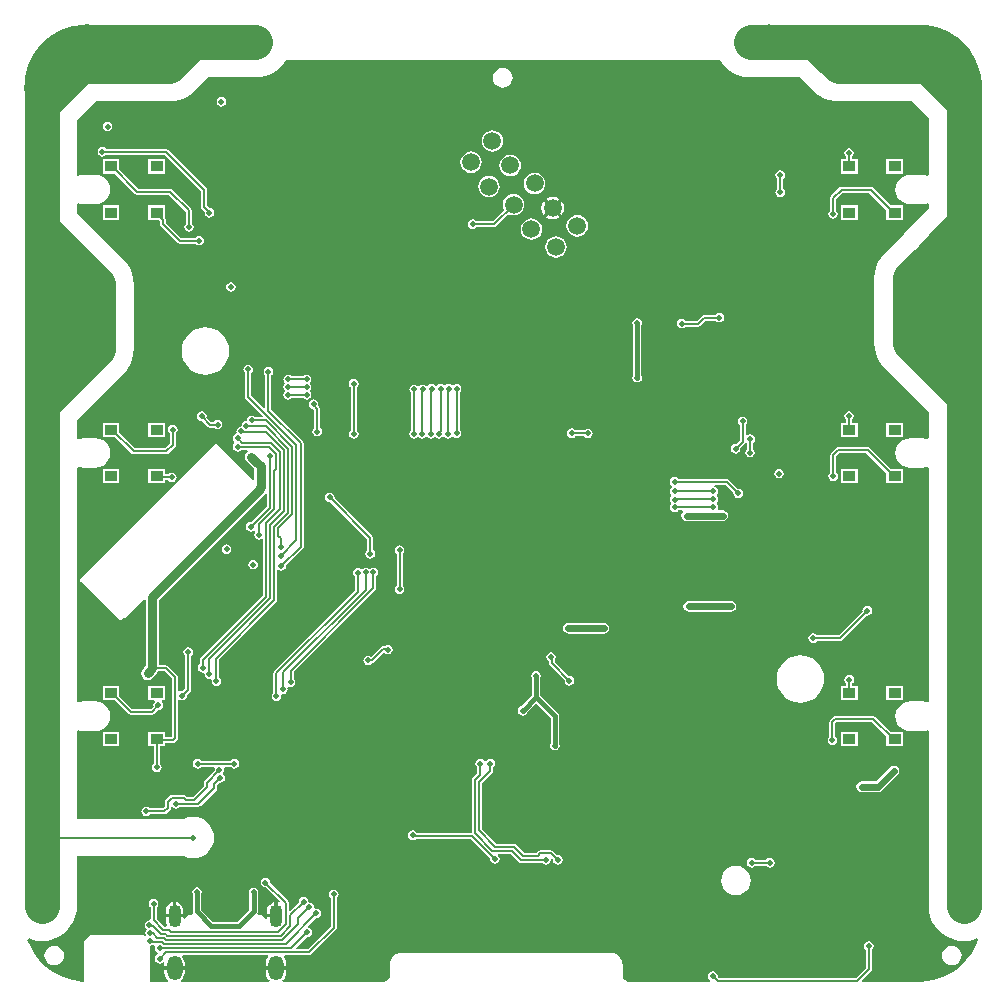
<source format=gbl>
G04*
G04 #@! TF.GenerationSoftware,Altium Limited,Altium Designer,22.2.1 (43)*
G04*
G04 Layer_Physical_Order=2*
G04 Layer_Color=16711680*
%FSLAX44Y44*%
%MOMM*%
G71*
G04*
G04 #@! TF.SameCoordinates,F22D7B0F-2773-4D4D-AF8D-6C822D1F900A*
G04*
G04*
G04 #@! TF.FilePolarity,Positive*
G04*
G01*
G75*
%ADD11C,0.2000*%
%ADD12C,0.6000*%
%ADD15C,0.4000*%
%ADD136C,0.8000*%
%ADD140C,1.5000*%
%ADD141O,1.3000X2.1000*%
%ADD142O,1.1000X1.9000*%
%ADD143C,0.5000*%
%ADD144C,0.6000*%
%ADD145C,3.0000*%
%ADD146R,1.1000X0.9000*%
G36*
X185655Y372812D02*
X188721Y369221D01*
X192312Y366155D01*
X196338Y363687D01*
X200701Y361880D01*
X205292Y360778D01*
X210000Y360407D01*
X223944D01*
X225196Y360363D01*
X225196Y360363D01*
X226466Y360407D01*
X246233Y360395D01*
X251327Y360392D01*
X263559Y348539D01*
X265196Y347184D01*
X266812Y345804D01*
X267014Y345681D01*
X267197Y345529D01*
X269026Y344447D01*
X270838Y343337D01*
X271057Y343246D01*
X271262Y343126D01*
X273238Y342343D01*
X275201Y341530D01*
X275431Y341475D01*
X275652Y341387D01*
X277726Y340924D01*
X279792Y340428D01*
X280029Y340409D01*
X280261Y340357D01*
X282381Y340224D01*
X284500Y340057D01*
X346523D01*
X360407Y326173D01*
Y277933D01*
X359352Y277227D01*
X358263Y277678D01*
X355000Y278108D01*
X345000D01*
X341737Y277678D01*
X338696Y276419D01*
X336085Y274415D01*
X334081Y271804D01*
X332822Y268763D01*
X332392Y265500D01*
X332822Y262237D01*
X334081Y259196D01*
X336085Y256585D01*
X338696Y254581D01*
X341737Y253322D01*
X345000Y252892D01*
X355000D01*
X358263Y253322D01*
X359352Y253773D01*
X360407Y253067D01*
Y249465D01*
X342471Y231529D01*
X339404Y227938D01*
X339047Y227354D01*
X323221Y211529D01*
X320154Y207938D01*
X317687Y203912D01*
X315880Y199549D01*
X314778Y194957D01*
X314407Y190250D01*
X314407Y190250D01*
Y135751D01*
X314407Y135750D01*
X314778Y131043D01*
X315880Y126451D01*
X317687Y122088D01*
X320154Y118062D01*
X323221Y114471D01*
X341008Y96685D01*
X342471Y94971D01*
X360407Y77035D01*
Y54933D01*
X359352Y54227D01*
X358263Y54678D01*
X355000Y55108D01*
X345000D01*
X341737Y54678D01*
X338696Y53419D01*
X336085Y51415D01*
X334081Y48804D01*
X332822Y45763D01*
X332392Y42500D01*
X332822Y39237D01*
X334081Y36196D01*
X336085Y33585D01*
X338696Y31581D01*
X341737Y30322D01*
X345000Y29892D01*
X355000D01*
X358263Y30322D01*
X359352Y30773D01*
X360407Y30067D01*
X360407Y-168067D01*
X359351Y-168773D01*
X358263Y-168322D01*
X355000Y-167892D01*
X345000D01*
X341737Y-168322D01*
X338696Y-169581D01*
X336085Y-171585D01*
X334081Y-174196D01*
X332822Y-177237D01*
X332392Y-180500D01*
X332822Y-183763D01*
X334081Y-186804D01*
X336085Y-189415D01*
X338696Y-191419D01*
X341737Y-192678D01*
X345000Y-193108D01*
X355000D01*
X358263Y-192678D01*
X359351Y-192227D01*
X360407Y-192933D01*
Y-340750D01*
X360778Y-345457D01*
X361880Y-350049D01*
X363687Y-354412D01*
X366155Y-358438D01*
X369221Y-362029D01*
X372812Y-365095D01*
X376838Y-367563D01*
X381201Y-369370D01*
X385793Y-370472D01*
X390500Y-370843D01*
X395208Y-370472D01*
X399799Y-369370D01*
X401622Y-368615D01*
X402536Y-369497D01*
X400670Y-374498D01*
X397049Y-381130D01*
X392521Y-387179D01*
X387179Y-392521D01*
X381130Y-397049D01*
X374498Y-400670D01*
X367419Y-403311D01*
X360036Y-404917D01*
X352427Y-405461D01*
X304303D01*
X303817Y-404288D01*
X311552Y-396552D01*
X312105Y-395726D01*
X312299Y-394750D01*
Y-378108D01*
X312634Y-377884D01*
X313518Y-376561D01*
X313828Y-375000D01*
X313518Y-373439D01*
X312634Y-372116D01*
X311311Y-371232D01*
X309750Y-370922D01*
X308189Y-371232D01*
X306866Y-372116D01*
X305982Y-373439D01*
X305672Y-375000D01*
X305982Y-376561D01*
X306866Y-377884D01*
X307201Y-378108D01*
Y-393694D01*
X298944Y-401951D01*
X182806D01*
X181750Y-400895D01*
X181828Y-400500D01*
X181518Y-398939D01*
X180634Y-397616D01*
X179311Y-396732D01*
X177750Y-396422D01*
X176189Y-396732D01*
X174866Y-397616D01*
X173982Y-398939D01*
X173672Y-400500D01*
X173982Y-402061D01*
X174866Y-403384D01*
X175077Y-403524D01*
X175387Y-405251D01*
X175236Y-405461D01*
X107415D01*
X105976Y-405299D01*
X104719Y-404859D01*
X103592Y-404150D01*
X102650Y-403208D01*
X101941Y-402081D01*
X101501Y-400824D01*
X101339Y-399385D01*
Y-391000D01*
X101316Y-390887D01*
X101326Y-390772D01*
X101126Y-388992D01*
X101056Y-388773D01*
X101024Y-388546D01*
X100432Y-386855D01*
X100316Y-386658D01*
X100234Y-386444D01*
X99281Y-384927D01*
X99124Y-384761D01*
X98996Y-384570D01*
X97730Y-383303D01*
X97539Y-383176D01*
X97373Y-383019D01*
X95856Y-382066D01*
X95642Y-381984D01*
X95445Y-381868D01*
X93754Y-381276D01*
X93527Y-381244D01*
X93308Y-381174D01*
X91528Y-380974D01*
X91413Y-380983D01*
X91300Y-380961D01*
X-85800D01*
X-85913Y-380983D01*
X-86028Y-380974D01*
X-87809Y-381174D01*
X-88027Y-381244D01*
X-88254Y-381276D01*
X-89944Y-381868D01*
X-90142Y-381984D01*
X-90356Y-382066D01*
X-91873Y-383019D01*
X-92039Y-383176D01*
X-92230Y-383303D01*
X-93497Y-384570D01*
X-93624Y-384761D01*
X-93781Y-384927D01*
X-94734Y-386444D01*
X-94816Y-386658D01*
X-94932Y-386855D01*
X-95524Y-388546D01*
X-95556Y-388773D01*
X-95626Y-388992D01*
X-95826Y-390772D01*
X-95816Y-390887D01*
X-95839Y-391000D01*
Y-399385D01*
X-96001Y-400824D01*
X-96441Y-402081D01*
X-97149Y-403208D01*
X-98091Y-404150D01*
X-99219Y-404859D01*
X-100476Y-405299D01*
X-101915Y-405461D01*
X-186325D01*
X-186756Y-404191D01*
X-185937Y-403563D01*
X-184575Y-401787D01*
X-183718Y-399719D01*
X-183426Y-397500D01*
Y-395000D01*
X-200573D01*
Y-397500D01*
X-200281Y-399719D01*
X-199424Y-401787D01*
X-198062Y-403563D01*
X-197243Y-404191D01*
X-197674Y-405461D01*
X-272326D01*
X-272757Y-404191D01*
X-271938Y-403563D01*
X-270576Y-401787D01*
X-269719Y-399719D01*
X-269427Y-397500D01*
Y-395000D01*
X-286574D01*
Y-397500D01*
X-286282Y-399719D01*
X-285425Y-401787D01*
X-284063Y-403563D01*
X-283244Y-404191D01*
X-283675Y-405461D01*
X-299000D01*
X-299000Y-374784D01*
X-298750Y-374578D01*
X-297189Y-374268D01*
X-297110Y-374215D01*
X-296688Y-374299D01*
X-295084D01*
X-294343Y-375569D01*
X-294578Y-376750D01*
X-294268Y-378311D01*
X-293384Y-379634D01*
X-292061Y-380518D01*
X-291635Y-380603D01*
Y-381897D01*
X-292061Y-381982D01*
X-293384Y-382866D01*
X-294268Y-384189D01*
X-294578Y-385750D01*
X-294268Y-387311D01*
X-293384Y-388634D01*
X-292061Y-389518D01*
X-290500Y-389828D01*
X-288939Y-389518D01*
X-287753Y-388725D01*
X-287220Y-388891D01*
X-286551Y-389325D01*
X-286574Y-389500D01*
Y-392000D01*
X-269427D01*
Y-389500D01*
X-269719Y-387281D01*
X-270576Y-385214D01*
X-271454Y-384069D01*
X-270828Y-382799D01*
X-199172D01*
X-198546Y-384069D01*
X-199424Y-385214D01*
X-200281Y-387281D01*
X-200573Y-389500D01*
Y-392000D01*
X-183426D01*
Y-389500D01*
X-183718Y-387281D01*
X-184575Y-385214D01*
X-185453Y-384069D01*
X-184827Y-382799D01*
X-164000D01*
X-163025Y-382605D01*
X-162198Y-382052D01*
X-141573Y-361427D01*
X-141020Y-360600D01*
X-140826Y-359625D01*
Y-334441D01*
X-140366Y-334134D01*
X-139482Y-332811D01*
X-139172Y-331250D01*
X-139482Y-329689D01*
X-140366Y-328366D01*
X-141689Y-327482D01*
X-143250Y-327172D01*
X-144811Y-327482D01*
X-146134Y-328366D01*
X-147018Y-329689D01*
X-147328Y-331250D01*
X-147018Y-332811D01*
X-146134Y-334134D01*
X-145924Y-334274D01*
Y-358569D01*
X-165056Y-377701D01*
X-174937D01*
X-175423Y-376528D01*
X-166145Y-367250D01*
X-165750Y-367328D01*
X-164189Y-367018D01*
X-162866Y-366134D01*
X-161982Y-364811D01*
X-161672Y-363250D01*
X-161982Y-361689D01*
X-162866Y-360366D01*
X-164189Y-359482D01*
X-164725Y-359376D01*
X-165143Y-357998D01*
X-158395Y-351250D01*
X-158000Y-351328D01*
X-156439Y-351018D01*
X-155116Y-350134D01*
X-154232Y-348811D01*
X-153922Y-347250D01*
X-154232Y-345689D01*
X-155116Y-344366D01*
X-156439Y-343482D01*
X-158000Y-343172D01*
X-158745Y-343320D01*
X-159828Y-342250D01*
X-160138Y-340689D01*
X-161022Y-339366D01*
X-162345Y-338482D01*
X-163906Y-338172D01*
X-164762Y-337047D01*
X-164982Y-335939D01*
X-165866Y-334616D01*
X-167189Y-333732D01*
X-168750Y-333422D01*
X-170311Y-333732D01*
X-171634Y-334616D01*
X-172518Y-335939D01*
X-172828Y-337500D01*
X-172750Y-337895D01*
X-180277Y-345423D01*
X-181451Y-344936D01*
Y-338250D01*
X-181645Y-337275D01*
X-182197Y-336448D01*
X-197000Y-321645D01*
X-196922Y-321250D01*
X-197232Y-319689D01*
X-198116Y-318366D01*
X-199439Y-317482D01*
X-201000Y-317172D01*
X-202561Y-317482D01*
X-203884Y-318366D01*
X-204768Y-319689D01*
X-205078Y-321250D01*
X-204768Y-322811D01*
X-203884Y-324134D01*
X-202561Y-325018D01*
X-201000Y-325328D01*
X-200605Y-325250D01*
X-188839Y-337016D01*
X-189558Y-338093D01*
X-190042Y-337892D01*
X-190500Y-337832D01*
Y-349199D01*
X-192000D01*
Y-350700D01*
X-199564D01*
Y-351520D01*
X-199754Y-351594D01*
X-200834Y-351731D01*
X-201955Y-350054D01*
X-203857Y-348783D01*
X-206100Y-348337D01*
X-207129Y-348542D01*
X-207892Y-347399D01*
X-207703Y-347116D01*
X-207431Y-345750D01*
Y-331449D01*
X-207232Y-331150D01*
X-206922Y-329590D01*
X-207232Y-328029D01*
X-208116Y-326706D01*
X-209439Y-325822D01*
X-211000Y-325511D01*
X-212561Y-325822D01*
X-213884Y-326706D01*
X-214768Y-328029D01*
X-215078Y-329590D01*
X-214768Y-331150D01*
X-214569Y-331449D01*
Y-344272D01*
X-224728Y-354431D01*
X-245272D01*
X-255431Y-344272D01*
Y-331359D01*
X-255232Y-331061D01*
X-254922Y-329500D01*
X-255232Y-327939D01*
X-256116Y-326616D01*
X-257439Y-325732D01*
X-259000Y-325422D01*
X-260561Y-325732D01*
X-261884Y-326616D01*
X-262768Y-327939D01*
X-263078Y-329500D01*
X-262768Y-331061D01*
X-262569Y-331359D01*
Y-345750D01*
X-262297Y-347116D01*
X-262108Y-347399D01*
X-262871Y-348542D01*
X-263900Y-348337D01*
X-266143Y-348783D01*
X-268045Y-350054D01*
X-269166Y-351731D01*
X-270246Y-351594D01*
X-270436Y-351520D01*
Y-350700D01*
X-285565D01*
Y-353200D01*
X-285307Y-355157D01*
X-284552Y-356982D01*
X-284207Y-357431D01*
X-284833Y-358701D01*
X-286701D01*
X-293201Y-352201D01*
Y-342358D01*
X-292866Y-342134D01*
X-291982Y-340811D01*
X-291672Y-339250D01*
X-291982Y-337689D01*
X-292866Y-336366D01*
X-294189Y-335482D01*
X-295750Y-335172D01*
X-297311Y-335482D01*
X-298634Y-336366D01*
X-299518Y-337689D01*
X-299828Y-339250D01*
X-299518Y-340811D01*
X-298634Y-342134D01*
X-298299Y-342358D01*
Y-352066D01*
X-299250Y-353172D01*
X-300811Y-353482D01*
X-302134Y-354366D01*
X-303018Y-355689D01*
X-303328Y-357250D01*
X-303018Y-358811D01*
X-302134Y-360134D01*
X-302128Y-360138D01*
X-301634Y-360866D01*
X-302518Y-362189D01*
X-302828Y-363750D01*
X-302518Y-365311D01*
X-301886Y-366257D01*
X-301872Y-366332D01*
X-302132Y-366595D01*
X-303402Y-366599D01*
X-304000Y-366000D01*
X-349466Y-366000D01*
X-355000Y-371534D01*
Y-404345D01*
X-355929Y-405210D01*
X-360036Y-404917D01*
X-367419Y-403311D01*
X-374498Y-400670D01*
X-381130Y-397049D01*
X-387179Y-392521D01*
X-392521Y-387178D01*
X-397049Y-381130D01*
X-400670Y-374498D01*
X-402536Y-369497D01*
X-401622Y-368615D01*
X-399799Y-369370D01*
X-395208Y-370472D01*
X-390500Y-370843D01*
X-385793Y-370472D01*
X-381201Y-369370D01*
X-376838Y-367563D01*
X-372812Y-365095D01*
X-369221Y-362029D01*
X-366155Y-358438D01*
X-363687Y-354412D01*
X-361880Y-350049D01*
X-360778Y-345457D01*
X-360407Y-340750D01*
Y-299202D01*
X-269529D01*
X-268979Y-299496D01*
X-265681Y-300497D01*
X-262250Y-300835D01*
X-258819Y-300497D01*
X-255521Y-299496D01*
X-252481Y-297871D01*
X-249816Y-295684D01*
X-247629Y-293020D01*
X-246004Y-289979D01*
X-245003Y-286681D01*
X-244665Y-283250D01*
X-245003Y-279819D01*
X-246004Y-276521D01*
X-247629Y-273480D01*
X-249816Y-270816D01*
X-252481Y-268629D01*
X-255521Y-267004D01*
X-258819Y-266003D01*
X-262250Y-265665D01*
X-265681Y-266003D01*
X-268979Y-267004D01*
X-269061Y-267048D01*
X-360407D01*
Y-192933D01*
X-359351Y-192227D01*
X-358263Y-192678D01*
X-355000Y-193108D01*
X-345000D01*
X-341737Y-192678D01*
X-338696Y-191419D01*
X-336085Y-189415D01*
X-334081Y-186804D01*
X-332822Y-183763D01*
X-332392Y-180500D01*
X-332822Y-177237D01*
X-334081Y-174196D01*
X-336085Y-171585D01*
X-338696Y-169581D01*
X-341737Y-168322D01*
X-345000Y-167892D01*
X-355000D01*
X-358263Y-168322D01*
X-359351Y-168773D01*
X-360407Y-168067D01*
Y30067D01*
X-359351Y30773D01*
X-358263Y30322D01*
X-355000Y29892D01*
X-345000D01*
X-341737Y30322D01*
X-338696Y31581D01*
X-336085Y33585D01*
X-334081Y36196D01*
X-332822Y39237D01*
X-332392Y42500D01*
X-332822Y45763D01*
X-334081Y48804D01*
X-336085Y51415D01*
X-338696Y53419D01*
X-341737Y54678D01*
X-345000Y55108D01*
X-355000D01*
X-358263Y54678D01*
X-359351Y54227D01*
X-360407Y54933D01*
Y70285D01*
X-340971Y89721D01*
X-321221Y109471D01*
X-321221Y109471D01*
X-318155Y113062D01*
X-315687Y117088D01*
X-313880Y121451D01*
X-312778Y126043D01*
X-312407Y130750D01*
Y185250D01*
X-312778Y189957D01*
X-313880Y194549D01*
X-315687Y198912D01*
X-318155Y202938D01*
X-321221Y206529D01*
X-321221Y206529D01*
X-340971Y226279D01*
X-360407Y245715D01*
Y253067D01*
X-359351Y253773D01*
X-358263Y253322D01*
X-355000Y252892D01*
X-345000D01*
X-341737Y253322D01*
X-338696Y254581D01*
X-336085Y256585D01*
X-334081Y259196D01*
X-332822Y262237D01*
X-332392Y265500D01*
X-332822Y268763D01*
X-334081Y271804D01*
X-336085Y274415D01*
X-338696Y276419D01*
X-341737Y277678D01*
X-345000Y278108D01*
X-355000D01*
X-358263Y277678D01*
X-359351Y277227D01*
X-360407Y277933D01*
X-360407Y324436D01*
X-344785Y340058D01*
X-282850D01*
X-282849Y340058D01*
X-278142Y340429D01*
X-273550Y341531D01*
X-269188Y343338D01*
X-265161Y345805D01*
X-261570Y348872D01*
X-250035Y360407D01*
X-210000D01*
X-205292Y360778D01*
X-200701Y361880D01*
X-196338Y363687D01*
X-192312Y366155D01*
X-188721Y369221D01*
X-185655Y372812D01*
X-184007Y375500D01*
X184007D01*
X185655Y372812D01*
D02*
G37*
%LPC*%
G36*
X0Y368331D02*
X-2156Y368047D01*
X-4166Y367215D01*
X-5891Y365891D01*
X-7215Y364166D01*
X-8047Y362156D01*
X-8331Y360000D01*
X-8047Y357844D01*
X-7215Y355834D01*
X-5891Y354109D01*
X-4166Y352785D01*
X-2156Y351953D01*
X0Y351669D01*
X2156Y351953D01*
X4166Y352785D01*
X5891Y354109D01*
X7215Y355834D01*
X8047Y357844D01*
X8331Y360000D01*
X8047Y362156D01*
X7215Y364166D01*
X5891Y365891D01*
X4166Y367215D01*
X2156Y368047D01*
X0Y368331D01*
D02*
G37*
G36*
X-238250Y343828D02*
X-239811Y343518D01*
X-241134Y342634D01*
X-242018Y341311D01*
X-242328Y339750D01*
X-242018Y338189D01*
X-241134Y336866D01*
X-239811Y335982D01*
X-238250Y335672D01*
X-236689Y335982D01*
X-235366Y336866D01*
X-234482Y338189D01*
X-234172Y339750D01*
X-234482Y341311D01*
X-235366Y342634D01*
X-236689Y343518D01*
X-238250Y343828D01*
D02*
G37*
G36*
X-334750Y322828D02*
X-336311Y322518D01*
X-337634Y321634D01*
X-338518Y320311D01*
X-338828Y318750D01*
X-338518Y317189D01*
X-337634Y315866D01*
X-336311Y314982D01*
X-334750Y314672D01*
X-333189Y314982D01*
X-331866Y315866D01*
X-330982Y317189D01*
X-330672Y318750D01*
X-330982Y320311D01*
X-331866Y321634D01*
X-333189Y322518D01*
X-334750Y322828D01*
D02*
G37*
G36*
X-8960Y315709D02*
X-11310Y315400D01*
X-13499Y314493D01*
X-15379Y313050D01*
X-16822Y311170D01*
X-17729Y308981D01*
X-18038Y306632D01*
X-17729Y304282D01*
X-16822Y302093D01*
X-15379Y300213D01*
X-13499Y298770D01*
X-11310Y297863D01*
X-8960Y297554D01*
X-6611Y297863D01*
X-4422Y298770D01*
X-2542Y300213D01*
X-1099Y302093D01*
X-192Y304282D01*
X117Y306632D01*
X-192Y308981D01*
X-1099Y311170D01*
X-2542Y313050D01*
X-4422Y314493D01*
X-6611Y315400D01*
X-8960Y315709D01*
D02*
G37*
G36*
X-26921Y297749D02*
X-29271Y297439D01*
X-31460Y296532D01*
X-33340Y295090D01*
X-34783Y293210D01*
X-35689Y291021D01*
X-35999Y288671D01*
X-35689Y286322D01*
X-34783Y284132D01*
X-33340Y282252D01*
X-31460Y280810D01*
X-29271Y279903D01*
X-26921Y279593D01*
X-24571Y279903D01*
X-22382Y280810D01*
X-20502Y282252D01*
X-19060Y284132D01*
X-18153Y286322D01*
X-17843Y288671D01*
X-18153Y291021D01*
X-19060Y293210D01*
X-20502Y295090D01*
X-22382Y296532D01*
X-24571Y297439D01*
X-26921Y297749D01*
D02*
G37*
G36*
X338750Y291000D02*
X324750D01*
Y279000D01*
X338750D01*
Y291000D01*
D02*
G37*
G36*
X293000Y300328D02*
X291439Y300018D01*
X290116Y299134D01*
X289232Y297811D01*
X288922Y296250D01*
X289232Y294689D01*
X290116Y293366D01*
X290451Y293142D01*
Y291000D01*
X286250D01*
Y279000D01*
X300250D01*
Y291000D01*
X295549D01*
Y293142D01*
X295884Y293366D01*
X296768Y294689D01*
X297078Y296250D01*
X296768Y297811D01*
X295884Y299134D01*
X294561Y300018D01*
X293000Y300328D01*
D02*
G37*
G36*
X-286250Y291000D02*
X-300250D01*
Y279000D01*
X-286250D01*
Y291000D01*
D02*
G37*
G36*
X6172Y294920D02*
X3822Y294611D01*
X1633Y293704D01*
X-247Y292262D01*
X-1690Y290381D01*
X-2597Y288192D01*
X-2906Y285843D01*
X-2597Y283493D01*
X-1690Y281304D01*
X-247Y279424D01*
X1633Y277981D01*
X3822Y277074D01*
X6172Y276765D01*
X8521Y277074D01*
X10710Y277981D01*
X12590Y279424D01*
X14033Y281304D01*
X14940Y283493D01*
X15249Y285843D01*
X14940Y288192D01*
X14033Y290381D01*
X12590Y292262D01*
X10710Y293704D01*
X8521Y294611D01*
X6172Y294920D01*
D02*
G37*
G36*
X26960Y279788D02*
X24611Y279479D01*
X22422Y278572D01*
X20542Y277129D01*
X19099Y275249D01*
X18192Y273060D01*
X17883Y270711D01*
X18192Y268361D01*
X19099Y266172D01*
X20542Y264292D01*
X22422Y262849D01*
X24611Y261942D01*
X26960Y261633D01*
X29310Y261942D01*
X31499Y262849D01*
X33379Y264292D01*
X34822Y266172D01*
X35729Y268361D01*
X36038Y270711D01*
X35729Y273060D01*
X34822Y275249D01*
X33379Y277129D01*
X31499Y278572D01*
X29310Y279479D01*
X26960Y279788D01*
D02*
G37*
G36*
X234750Y281828D02*
X233189Y281518D01*
X231866Y280634D01*
X230982Y279311D01*
X230672Y277750D01*
X230982Y276189D01*
X231866Y274866D01*
X232201Y274642D01*
Y266108D01*
X231866Y265884D01*
X230982Y264561D01*
X230672Y263000D01*
X230982Y261439D01*
X231866Y260116D01*
X233189Y259232D01*
X234750Y258922D01*
X236311Y259232D01*
X237634Y260116D01*
X238518Y261439D01*
X238828Y263000D01*
X238518Y264561D01*
X237634Y265884D01*
X237299Y266108D01*
Y274642D01*
X237634Y274866D01*
X238518Y276189D01*
X238828Y277750D01*
X238518Y279311D01*
X237634Y280634D01*
X236311Y281518D01*
X234750Y281828D01*
D02*
G37*
G36*
X-11789Y276960D02*
X-14138Y276650D01*
X-16328Y275744D01*
X-18208Y274301D01*
X-19650Y272421D01*
X-20557Y270231D01*
X-20867Y267882D01*
X-20557Y265533D01*
X-19650Y263343D01*
X-18208Y261463D01*
X-16328Y260021D01*
X-14138Y259114D01*
X-11789Y258804D01*
X-9439Y259114D01*
X-7250Y260021D01*
X-5370Y261463D01*
X-3927Y263343D01*
X-3021Y265533D01*
X-2711Y267882D01*
X-3021Y270231D01*
X-3927Y272421D01*
X-5370Y274301D01*
X-7250Y275744D01*
X-9439Y276650D01*
X-11789Y276960D01*
D02*
G37*
G36*
X42093Y259503D02*
X39613Y259177D01*
X37302Y258220D01*
X36517Y257618D01*
X42093Y252043D01*
X47668Y257618D01*
X46884Y258220D01*
X44573Y259177D01*
X42093Y259503D01*
D02*
G37*
G36*
X34396Y255497D02*
X33794Y254713D01*
X32837Y252402D01*
X32511Y249922D01*
X32837Y247442D01*
X33794Y245131D01*
X34396Y244347D01*
X39971Y249922D01*
X34396Y255497D01*
D02*
G37*
G36*
X49789Y255497D02*
X44214Y249922D01*
X49789Y244346D01*
X50391Y245131D01*
X51348Y247442D01*
X51674Y249922D01*
X51348Y252402D01*
X50391Y254713D01*
X49789Y255497D01*
D02*
G37*
G36*
X9000Y261828D02*
X6651Y261518D01*
X4461Y260611D01*
X2581Y259169D01*
X1139Y257289D01*
X232Y255099D01*
X-78Y252750D01*
X232Y250401D01*
X1056Y248411D01*
X-8556Y238799D01*
X-22392D01*
X-22616Y239134D01*
X-23939Y240018D01*
X-25500Y240328D01*
X-27061Y240018D01*
X-28384Y239134D01*
X-29268Y237811D01*
X-29578Y236250D01*
X-29268Y234689D01*
X-28384Y233366D01*
X-27061Y232482D01*
X-25500Y232172D01*
X-23939Y232482D01*
X-22616Y233366D01*
X-22392Y233701D01*
X-7500D01*
X-6525Y233895D01*
X-5698Y234448D01*
X4661Y244806D01*
X6651Y243982D01*
X9000Y243672D01*
X11350Y243982D01*
X13539Y244888D01*
X15419Y246331D01*
X16861Y248211D01*
X17768Y250401D01*
X18078Y252750D01*
X17768Y255099D01*
X16861Y257289D01*
X15419Y259169D01*
X13539Y260611D01*
X11350Y261518D01*
X9000Y261828D01*
D02*
G37*
G36*
X-339000Y301578D02*
X-340561Y301268D01*
X-341884Y300384D01*
X-342768Y299061D01*
X-343078Y297500D01*
X-342768Y295939D01*
X-341884Y294616D01*
X-340561Y293732D01*
X-339000Y293422D01*
X-337439Y293732D01*
X-336116Y294616D01*
X-335892Y294951D01*
X-286056D01*
X-255549Y264444D01*
Y250922D01*
X-255355Y249946D01*
X-254802Y249119D01*
X-252388Y246705D01*
X-252578Y245750D01*
X-252268Y244189D01*
X-251384Y242866D01*
X-250061Y241982D01*
X-248500Y241672D01*
X-246939Y241982D01*
X-245616Y242866D01*
X-244732Y244189D01*
X-244422Y245750D01*
X-244732Y247311D01*
X-245616Y248634D01*
X-246939Y249518D01*
X-248253Y249779D01*
X-250451Y251977D01*
Y265500D01*
X-250645Y266476D01*
X-251198Y267302D01*
X-283198Y299302D01*
X-284025Y299855D01*
X-285000Y300049D01*
X-335892D01*
X-336116Y300384D01*
X-337439Y301268D01*
X-339000Y301578D01*
D02*
G37*
G36*
X42093Y247800D02*
X36518Y242225D01*
X37302Y241623D01*
X39613Y240666D01*
X42093Y240340D01*
X44573Y240666D01*
X46884Y241623D01*
X47668Y242225D01*
X42093Y247800D01*
D02*
G37*
G36*
X311250Y268049D02*
X286750D01*
X285774Y267855D01*
X284948Y267302D01*
X277698Y260052D01*
X277145Y259226D01*
X276951Y258250D01*
Y247858D01*
X276616Y247634D01*
X275732Y246311D01*
X275422Y244750D01*
X275732Y243189D01*
X276616Y241866D01*
X277939Y240982D01*
X279500Y240672D01*
X281061Y240982D01*
X282384Y241866D01*
X283268Y243189D01*
X283578Y244750D01*
X283268Y246311D01*
X282384Y247634D01*
X282049Y247858D01*
Y257194D01*
X287806Y262951D01*
X310194D01*
X324750Y248395D01*
Y240000D01*
X338750D01*
Y252000D01*
X328355D01*
X313052Y267302D01*
X312225Y267855D01*
X311250Y268049D01*
D02*
G37*
G36*
X300250Y252000D02*
X286250D01*
Y240000D01*
X300250D01*
Y252000D01*
D02*
G37*
G36*
X-324750D02*
X-338750D01*
Y240000D01*
X-324750D01*
Y252000D01*
D02*
G37*
G36*
Y291000D02*
X-338750D01*
Y279000D01*
X-328355D01*
X-311302Y261948D01*
X-310476Y261395D01*
X-309500Y261201D01*
X-283056D01*
X-268549Y246694D01*
Y236691D01*
X-268634Y236634D01*
X-269518Y235311D01*
X-269828Y233750D01*
X-269518Y232189D01*
X-268634Y230866D01*
X-267311Y229982D01*
X-265750Y229672D01*
X-264189Y229982D01*
X-262866Y230866D01*
X-261982Y232189D01*
X-261672Y233750D01*
X-261982Y235311D01*
X-262866Y236634D01*
X-263451Y237025D01*
Y247750D01*
X-263645Y248725D01*
X-264198Y249552D01*
X-280198Y265552D01*
X-281024Y266105D01*
X-282000Y266299D01*
X-308444D01*
X-324750Y282605D01*
Y291000D01*
D02*
G37*
G36*
X62882Y243867D02*
X60532Y243558D01*
X58343Y242651D01*
X56463Y241208D01*
X55020Y239328D01*
X54113Y237139D01*
X53804Y234790D01*
X54113Y232440D01*
X55020Y230251D01*
X56463Y228371D01*
X58343Y226928D01*
X60532Y226021D01*
X62882Y225712D01*
X65231Y226021D01*
X67420Y226928D01*
X69300Y228371D01*
X70743Y230251D01*
X71650Y232440D01*
X71959Y234790D01*
X71650Y237139D01*
X70743Y239328D01*
X69300Y241208D01*
X67420Y242651D01*
X65231Y243558D01*
X62882Y243867D01*
D02*
G37*
G36*
X24132Y241039D02*
X21783Y240729D01*
X19593Y239823D01*
X17713Y238380D01*
X16271Y236500D01*
X15364Y234311D01*
X15055Y231961D01*
X15364Y229612D01*
X16271Y227422D01*
X17713Y225542D01*
X19593Y224100D01*
X21783Y223193D01*
X24132Y222883D01*
X26482Y223193D01*
X28671Y224100D01*
X30551Y225542D01*
X31994Y227422D01*
X32900Y229612D01*
X33210Y231961D01*
X32900Y234311D01*
X31994Y236500D01*
X30551Y238380D01*
X28671Y239823D01*
X26482Y240729D01*
X24132Y241039D01*
D02*
G37*
G36*
X-286250Y252000D02*
X-300250D01*
Y240000D01*
X-291355D01*
X-290221Y238866D01*
Y236422D01*
X-290026Y235446D01*
X-289474Y234619D01*
X-275302Y220448D01*
X-274475Y219895D01*
X-273500Y219701D01*
X-260358D01*
X-260134Y219366D01*
X-258811Y218482D01*
X-257250Y218172D01*
X-255689Y218482D01*
X-254366Y219366D01*
X-253482Y220689D01*
X-253172Y222250D01*
X-253482Y223811D01*
X-254366Y225134D01*
X-255689Y226018D01*
X-257250Y226328D01*
X-258811Y226018D01*
X-260134Y225134D01*
X-260358Y224799D01*
X-272444D01*
X-285123Y237477D01*
Y239922D01*
X-285317Y240897D01*
X-285869Y241724D01*
X-286250Y242105D01*
Y252000D01*
D02*
G37*
G36*
X44921Y225907D02*
X42572Y225597D01*
X40382Y224690D01*
X38502Y223248D01*
X37060Y221368D01*
X36153Y219179D01*
X35843Y216829D01*
X36153Y214480D01*
X37060Y212290D01*
X38502Y210410D01*
X40382Y208968D01*
X42572Y208061D01*
X44921Y207751D01*
X47270Y208061D01*
X49460Y208968D01*
X51340Y210410D01*
X52783Y212290D01*
X53689Y214480D01*
X53999Y216829D01*
X53689Y219179D01*
X52783Y221368D01*
X51340Y223248D01*
X49460Y224690D01*
X47270Y225597D01*
X44921Y225907D01*
D02*
G37*
G36*
X-230250Y187078D02*
X-231811Y186768D01*
X-233134Y185884D01*
X-234018Y184561D01*
X-234328Y183000D01*
X-234018Y181439D01*
X-233134Y180116D01*
X-231811Y179232D01*
X-230250Y178922D01*
X-228689Y179232D01*
X-227366Y180116D01*
X-226482Y181439D01*
X-226172Y183000D01*
X-226482Y184561D01*
X-227366Y185884D01*
X-228689Y186768D01*
X-230250Y187078D01*
D02*
G37*
G36*
X183250Y161078D02*
X181689Y160768D01*
X180366Y159884D01*
X180142Y159549D01*
X170000D01*
X169025Y159355D01*
X168198Y158802D01*
X163944Y154549D01*
X154608D01*
X154384Y154884D01*
X153061Y155768D01*
X151500Y156078D01*
X149939Y155768D01*
X148616Y154884D01*
X147732Y153561D01*
X147422Y152000D01*
X147732Y150439D01*
X148616Y149116D01*
X149939Y148232D01*
X151500Y147922D01*
X153061Y148232D01*
X154384Y149116D01*
X154608Y149451D01*
X165000D01*
X165975Y149645D01*
X166802Y150198D01*
X171056Y154451D01*
X180142D01*
X180366Y154116D01*
X181689Y153232D01*
X183250Y152922D01*
X184811Y153232D01*
X186134Y154116D01*
X187018Y155439D01*
X187328Y157000D01*
X187018Y158561D01*
X186134Y159884D01*
X184811Y160768D01*
X183250Y161078D01*
D02*
G37*
G36*
X-251897Y148842D02*
X-255817Y148455D01*
X-259587Y147312D01*
X-263062Y145455D01*
X-266107Y142955D01*
X-268606Y139910D01*
X-270464Y136435D01*
X-271607Y132666D01*
X-271993Y128745D01*
X-271607Y124824D01*
X-270464Y121054D01*
X-268606Y117580D01*
X-266107Y114534D01*
X-263062Y112035D01*
X-259587Y110178D01*
X-255817Y109034D01*
X-251897Y108648D01*
X-247976Y109034D01*
X-244206Y110178D01*
X-240732Y112035D01*
X-237686Y114534D01*
X-235187Y117580D01*
X-233330Y121054D01*
X-232186Y124824D01*
X-231800Y128745D01*
X-232186Y132666D01*
X-233330Y136435D01*
X-235187Y139910D01*
X-237686Y142955D01*
X-240732Y145455D01*
X-244206Y147312D01*
X-247976Y148455D01*
X-251897Y148842D01*
D02*
G37*
G36*
X-166250Y108828D02*
X-167811Y108518D01*
X-169134Y107634D01*
X-169358Y107299D01*
X-178642D01*
X-178866Y107634D01*
X-180189Y108518D01*
X-181750Y108828D01*
X-183311Y108518D01*
X-184634Y107634D01*
X-185518Y106311D01*
X-185828Y104750D01*
X-185518Y103189D01*
X-185001Y102416D01*
X-184739Y101500D01*
X-185001Y100584D01*
X-185518Y99811D01*
X-185828Y98250D01*
X-185518Y96689D01*
X-184634Y95366D01*
Y94634D01*
X-185518Y93311D01*
X-185828Y91750D01*
X-185518Y90189D01*
X-184634Y88866D01*
X-183311Y87982D01*
X-181750Y87672D01*
X-180189Y87982D01*
X-178866Y88866D01*
X-178642Y89201D01*
X-169358D01*
X-169134Y88866D01*
X-167811Y87982D01*
X-166250Y87672D01*
X-164689Y87982D01*
X-163366Y88866D01*
X-162482Y90189D01*
X-162172Y91750D01*
X-162482Y93311D01*
X-163366Y94634D01*
Y95366D01*
X-162482Y96689D01*
X-162172Y98250D01*
X-162482Y99811D01*
X-163366Y101134D01*
Y101866D01*
X-162482Y103189D01*
X-162172Y104750D01*
X-162482Y106311D01*
X-163366Y107634D01*
X-164689Y108518D01*
X-166250Y108828D01*
D02*
G37*
G36*
X113750Y156328D02*
X112189Y156018D01*
X110866Y155134D01*
X109982Y153811D01*
X109672Y152250D01*
X109982Y150689D01*
X110181Y150391D01*
Y108067D01*
X109982Y107769D01*
X109672Y106208D01*
X109982Y104647D01*
X110866Y103324D01*
X112189Y102440D01*
X113750Y102130D01*
X115311Y102440D01*
X116634Y103324D01*
X117518Y104647D01*
X117828Y106208D01*
X117518Y107769D01*
X117319Y108067D01*
Y150391D01*
X117518Y150689D01*
X117828Y152250D01*
X117518Y153811D01*
X116634Y155134D01*
X115311Y156018D01*
X113750Y156328D01*
D02*
G37*
G36*
X-39250Y100828D02*
X-40811Y100518D01*
X-41757Y99886D01*
X-42625Y99725D01*
X-43493Y99886D01*
X-44439Y100518D01*
X-46000Y100828D01*
X-47561Y100518D01*
X-48884Y99634D01*
X-49616D01*
X-50939Y100518D01*
X-52500Y100828D01*
X-54061Y100518D01*
X-55384Y99634D01*
X-55611Y99293D01*
X-57139D01*
X-57366Y99634D01*
X-58689Y100518D01*
X-60250Y100828D01*
X-61811Y100518D01*
X-63134Y99634D01*
X-63528Y99043D01*
X-65056D01*
X-65116Y99134D01*
X-66439Y100018D01*
X-68000Y100328D01*
X-69561Y100018D01*
X-70884Y99134D01*
X-70989Y98976D01*
X-72259D01*
X-72365Y99134D01*
X-73688Y100018D01*
X-75249Y100328D01*
X-76810Y100018D01*
X-78133Y99134D01*
X-79017Y97811D01*
X-79327Y96250D01*
X-79017Y94689D01*
X-78133Y93366D01*
X-77798Y93142D01*
Y61857D01*
X-78133Y61633D01*
X-79017Y60310D01*
X-79327Y58749D01*
X-79017Y57188D01*
X-78133Y55865D01*
X-76810Y54981D01*
X-75249Y54671D01*
X-73688Y54981D01*
X-72685Y55652D01*
X-71134Y55616D01*
X-69811Y54732D01*
X-68250Y54422D01*
X-66689Y54732D01*
X-65366Y55616D01*
X-65260Y55775D01*
X-63990D01*
X-63884Y55616D01*
X-62561Y54732D01*
X-61000Y54422D01*
X-59439Y54732D01*
X-58116Y55616D01*
X-57384D01*
X-56061Y54732D01*
X-54500Y54422D01*
X-52939Y54732D01*
X-51616Y55616D01*
X-51055Y56456D01*
X-49667Y56571D01*
X-49586Y56543D01*
X-49134Y55866D01*
X-47811Y54982D01*
X-46250Y54672D01*
X-44689Y54982D01*
X-43455Y55807D01*
X-42701Y56116D01*
X-42134D01*
X-40811Y55232D01*
X-39250Y54922D01*
X-37689Y55232D01*
X-36366Y56116D01*
X-35482Y57439D01*
X-35172Y59000D01*
X-35482Y60561D01*
X-36366Y61884D01*
X-36701Y62108D01*
Y93642D01*
X-36366Y93866D01*
X-35482Y95189D01*
X-35172Y96750D01*
X-35482Y98311D01*
X-36366Y99634D01*
X-37689Y100518D01*
X-39250Y100828D01*
D02*
G37*
G36*
X-215750Y117328D02*
X-217311Y117018D01*
X-218634Y116134D01*
X-219518Y114811D01*
X-219828Y113250D01*
X-219518Y111689D01*
X-218634Y110366D01*
X-218299Y110142D01*
Y90070D01*
X-218105Y89094D01*
X-217552Y88267D01*
X-202998Y73713D01*
X-203484Y72539D01*
X-209466D01*
X-209690Y72874D01*
X-211013Y73758D01*
X-212574Y74069D01*
X-214134Y73758D01*
X-215457Y72874D01*
X-216341Y71551D01*
X-216652Y69990D01*
X-217818Y69343D01*
X-218730Y69162D01*
X-220054Y68278D01*
X-220938Y66955D01*
X-221248Y65394D01*
X-222248Y64702D01*
X-223261Y64501D01*
X-224584Y63617D01*
X-225468Y62294D01*
X-225778Y60733D01*
X-225468Y59172D01*
X-226506Y58440D01*
X-227473Y57794D01*
X-228357Y56471D01*
X-228668Y54910D01*
X-228357Y53350D01*
X-227508Y52078D01*
X-227337Y51743D01*
Y50665D01*
X-227384Y50634D01*
X-228268Y49311D01*
X-228578Y47750D01*
X-228268Y46189D01*
X-227384Y44866D01*
X-226061Y43982D01*
X-224500Y43672D01*
X-222939Y43982D01*
X-221616Y44866D01*
X-221392Y45201D01*
X-216279D01*
X-215894Y43931D01*
X-216965Y43215D01*
X-218181Y41396D01*
X-218608Y39250D01*
X-218181Y37104D01*
X-216965Y35285D01*
X-210471Y28790D01*
Y20288D01*
X-211644Y19802D01*
X-241241Y49399D01*
X-241902Y49841D01*
X-242683Y49996D01*
X-243463Y49841D01*
X-244125Y49399D01*
X-244125Y49399D01*
X-357262Y-63738D01*
X-357704Y-64400D01*
X-357859Y-65180D01*
X-357704Y-65961D01*
X-357262Y-66622D01*
X-325442Y-98442D01*
X-324780Y-98884D01*
X-324000Y-99039D01*
X-323220Y-98884D01*
X-322558Y-98442D01*
X-322558Y-98442D01*
X-321362Y-97245D01*
X-320616Y-97554D01*
X-319468Y-97079D01*
X-303531Y-81142D01*
X-302358Y-81628D01*
Y-137677D01*
X-303715Y-139035D01*
X-304219Y-139788D01*
X-304715Y-140285D01*
X-305931Y-142104D01*
X-306358Y-144250D01*
X-305931Y-146396D01*
X-304715Y-148215D01*
X-302896Y-149431D01*
X-300750Y-149858D01*
X-298604Y-149431D01*
X-296785Y-148215D01*
X-295785Y-147215D01*
X-295281Y-146462D01*
X-292785Y-143965D01*
X-291838Y-142549D01*
X-286056D01*
X-280049Y-148556D01*
Y-197694D01*
X-280556Y-198201D01*
X-286250D01*
Y-194000D01*
X-300250D01*
Y-206000D01*
X-295549D01*
Y-220642D01*
X-295884Y-220866D01*
X-296768Y-222189D01*
X-297078Y-223750D01*
X-296768Y-225311D01*
X-295884Y-226634D01*
X-294561Y-227518D01*
X-293000Y-227828D01*
X-291439Y-227518D01*
X-290116Y-226634D01*
X-289232Y-225311D01*
X-288922Y-223750D01*
X-289232Y-222189D01*
X-290116Y-220866D01*
X-290451Y-220642D01*
Y-206000D01*
X-286250D01*
Y-203299D01*
X-279500D01*
X-278524Y-203105D01*
X-277698Y-202552D01*
X-275698Y-200552D01*
X-275145Y-199725D01*
X-274951Y-198750D01*
Y-167032D01*
X-273681Y-166353D01*
X-273061Y-166768D01*
X-271500Y-167078D01*
X-269939Y-166768D01*
X-268616Y-165884D01*
X-267732Y-164561D01*
X-267422Y-163000D01*
X-267500Y-162605D01*
X-264698Y-159802D01*
X-264145Y-158975D01*
X-263951Y-158000D01*
Y-129358D01*
X-263616Y-129134D01*
X-262732Y-127811D01*
X-262422Y-126250D01*
X-262732Y-124689D01*
X-263616Y-123366D01*
X-264939Y-122482D01*
X-266500Y-122172D01*
X-268061Y-122482D01*
X-269384Y-123366D01*
X-270268Y-124689D01*
X-270578Y-126250D01*
X-270268Y-127811D01*
X-269384Y-129134D01*
X-269049Y-129358D01*
Y-156944D01*
X-271105Y-159000D01*
X-271500Y-158922D01*
X-273061Y-159232D01*
X-273681Y-159647D01*
X-274951Y-158968D01*
Y-147500D01*
X-275145Y-146524D01*
X-275698Y-145698D01*
X-283198Y-138198D01*
X-284025Y-137645D01*
X-285000Y-137451D01*
X-291142D01*
Y-82166D01*
X-201285Y7691D01*
X-201069Y8014D01*
X-199799Y7629D01*
Y-2694D01*
X-213105Y-16000D01*
X-213500Y-15922D01*
X-215061Y-16232D01*
X-216384Y-17116D01*
X-217268Y-18439D01*
X-217578Y-20000D01*
X-217268Y-21561D01*
X-216384Y-22884D01*
X-215061Y-23768D01*
X-213500Y-24078D01*
X-211939Y-23768D01*
X-210952Y-23108D01*
X-210202Y-23168D01*
X-210112Y-23203D01*
X-209543Y-23564D01*
X-209486Y-24019D01*
X-210268Y-25189D01*
X-210578Y-26750D01*
X-210268Y-28311D01*
X-209384Y-29634D01*
X-208061Y-30518D01*
X-206500Y-30828D01*
X-204939Y-30518D01*
X-204319Y-30103D01*
X-203049Y-30782D01*
Y-78144D01*
X-256103Y-131198D01*
X-256655Y-132024D01*
X-256849Y-133000D01*
Y-136426D01*
X-257134Y-136616D01*
X-258018Y-137939D01*
X-258328Y-139500D01*
X-258018Y-141061D01*
X-257134Y-142384D01*
X-255811Y-143268D01*
X-254250Y-143578D01*
X-253563Y-143442D01*
X-252483Y-144522D01*
X-252578Y-145000D01*
X-252268Y-146561D01*
X-251384Y-147884D01*
X-250061Y-148768D01*
X-248500Y-149078D01*
X-247347Y-148849D01*
X-247157Y-148953D01*
X-246453Y-149657D01*
X-246349Y-149847D01*
X-246578Y-151000D01*
X-246268Y-152561D01*
X-245384Y-153884D01*
X-244061Y-154768D01*
X-242500Y-155078D01*
X-240939Y-154768D01*
X-239616Y-153884D01*
X-238732Y-152561D01*
X-238422Y-151000D01*
X-238732Y-149439D01*
X-239616Y-148116D01*
X-240451Y-147558D01*
Y-132655D01*
X-191698Y-83902D01*
X-191145Y-83075D01*
X-190951Y-82099D01*
Y-57032D01*
X-189681Y-56353D01*
X-189061Y-56768D01*
X-187500Y-57078D01*
X-185939Y-56768D01*
X-184616Y-55884D01*
X-183732Y-54561D01*
X-183422Y-53000D01*
X-183500Y-52605D01*
X-169448Y-38552D01*
X-168895Y-37726D01*
X-168701Y-36750D01*
Y50519D01*
X-168895Y51495D01*
X-169448Y52322D01*
X-195951Y78825D01*
Y108142D01*
X-195616Y108366D01*
X-194732Y109689D01*
X-194422Y111250D01*
X-194732Y112811D01*
X-195616Y114134D01*
X-196939Y115018D01*
X-198500Y115328D01*
X-200061Y115018D01*
X-201384Y114134D01*
X-202268Y112811D01*
X-202578Y111250D01*
X-202268Y109689D01*
X-201384Y108366D01*
X-201049Y108142D01*
Y80633D01*
X-202222Y80147D01*
X-213201Y91125D01*
Y110142D01*
X-212866Y110366D01*
X-211982Y111689D01*
X-211672Y113250D01*
X-211982Y114811D01*
X-212866Y116134D01*
X-214189Y117018D01*
X-215750Y117328D01*
D02*
G37*
G36*
X-255000Y77578D02*
X-256561Y77268D01*
X-257884Y76384D01*
X-258768Y75061D01*
X-259078Y73500D01*
X-258768Y71939D01*
X-257884Y70616D01*
X-256561Y69732D01*
X-255000Y69422D01*
X-254605Y69500D01*
X-249802Y64698D01*
X-248975Y64145D01*
X-248000Y63951D01*
X-244608D01*
X-244384Y63616D01*
X-243061Y62732D01*
X-241500Y62422D01*
X-239939Y62732D01*
X-238616Y63616D01*
X-237732Y64939D01*
X-237422Y66500D01*
X-237732Y68061D01*
X-238616Y69384D01*
X-239939Y70268D01*
X-241500Y70578D01*
X-243061Y70268D01*
X-244384Y69384D01*
X-244608Y69049D01*
X-246944D01*
X-251000Y73105D01*
X-250922Y73500D01*
X-251232Y75061D01*
X-252116Y76384D01*
X-253439Y77268D01*
X-255000Y77578D01*
D02*
G37*
G36*
X-160250Y87828D02*
X-161811Y87518D01*
X-163134Y86634D01*
X-164018Y85311D01*
X-164328Y83750D01*
X-164018Y82189D01*
X-163134Y80866D01*
X-161811Y79982D01*
X-160672Y79756D01*
X-159799Y78882D01*
Y63608D01*
X-160134Y63384D01*
X-161018Y62061D01*
X-161328Y60500D01*
X-161018Y58939D01*
X-160134Y57616D01*
X-158811Y56732D01*
X-157250Y56422D01*
X-155689Y56732D01*
X-154366Y57616D01*
X-153482Y58939D01*
X-153172Y60500D01*
X-153482Y62061D01*
X-154366Y63384D01*
X-154701Y63608D01*
Y79938D01*
X-154895Y80914D01*
X-155448Y81741D01*
X-156385Y82678D01*
X-156172Y83750D01*
X-156482Y85311D01*
X-157366Y86634D01*
X-158689Y87518D01*
X-160250Y87828D01*
D02*
G37*
G36*
X338750Y68000D02*
X324750D01*
Y56000D01*
X338750D01*
Y68000D01*
D02*
G37*
G36*
X293000Y77828D02*
X291439Y77518D01*
X290116Y76634D01*
X289232Y75311D01*
X288922Y73750D01*
X289232Y72189D01*
X290116Y70866D01*
X290451Y70642D01*
Y68000D01*
X286250D01*
Y56000D01*
X300250D01*
Y68000D01*
X295549D01*
Y70642D01*
X295884Y70866D01*
X296768Y72189D01*
X297078Y73750D01*
X296768Y75311D01*
X295884Y76634D01*
X294561Y77518D01*
X293000Y77828D01*
D02*
G37*
G36*
X-286250Y68000D02*
X-300250D01*
Y56000D01*
X-286250D01*
Y68000D01*
D02*
G37*
G36*
X58250Y63328D02*
X56689Y63018D01*
X55366Y62134D01*
X54482Y60811D01*
X54172Y59250D01*
X54482Y57689D01*
X55366Y56366D01*
X56689Y55482D01*
X58250Y55172D01*
X59811Y55482D01*
X61134Y56366D01*
X61358Y56701D01*
X68725D01*
X69116Y56116D01*
X70439Y55232D01*
X72000Y54922D01*
X73561Y55232D01*
X74884Y56116D01*
X75768Y57439D01*
X76078Y59000D01*
X75768Y60561D01*
X74884Y61884D01*
X73561Y62768D01*
X72000Y63078D01*
X70439Y62768D01*
X69116Y61884D01*
X69060Y61799D01*
X61358D01*
X61134Y62134D01*
X59811Y63018D01*
X58250Y63328D01*
D02*
G37*
G36*
X-126250Y105078D02*
X-127811Y104768D01*
X-129134Y103884D01*
X-130018Y102561D01*
X-130328Y101000D01*
X-130018Y99439D01*
X-129134Y98116D01*
X-128799Y97892D01*
Y61608D01*
X-129134Y61384D01*
X-130018Y60061D01*
X-130328Y58500D01*
X-130018Y56939D01*
X-129134Y55616D01*
X-127811Y54732D01*
X-126250Y54422D01*
X-124689Y54732D01*
X-123366Y55616D01*
X-122482Y56939D01*
X-122172Y58500D01*
X-122482Y60061D01*
X-123366Y61384D01*
X-123701Y61608D01*
Y97892D01*
X-123366Y98116D01*
X-122482Y99439D01*
X-122172Y101000D01*
X-122482Y102561D01*
X-123366Y103884D01*
X-124689Y104768D01*
X-126250Y105078D01*
D02*
G37*
G36*
X-324750Y68000D02*
X-338750D01*
Y56000D01*
X-328355D01*
X-314302Y41948D01*
X-313475Y41395D01*
X-312500Y41201D01*
X-285250D01*
X-284275Y41395D01*
X-283448Y41948D01*
X-277711Y47684D01*
X-277159Y48511D01*
X-276965Y49486D01*
Y59145D01*
X-276630Y59369D01*
X-275746Y60692D01*
X-275435Y62253D01*
X-275746Y63814D01*
X-276630Y65137D01*
X-277953Y66021D01*
X-279514Y66331D01*
X-281074Y66021D01*
X-282397Y65137D01*
X-283282Y63814D01*
X-283592Y62253D01*
X-283282Y60692D01*
X-282397Y59369D01*
X-282063Y59145D01*
Y50542D01*
X-286306Y46299D01*
X-311444D01*
X-324750Y59605D01*
Y68000D01*
D02*
G37*
G36*
X203000Y73328D02*
X201439Y73018D01*
X200116Y72134D01*
X199232Y70811D01*
X198922Y69250D01*
X199232Y67689D01*
X200116Y66366D01*
X200451Y66142D01*
Y53056D01*
X197395Y50000D01*
X197000Y50078D01*
X195439Y49768D01*
X194116Y48884D01*
X193232Y47561D01*
X192922Y46000D01*
X193232Y44439D01*
X194116Y43116D01*
X195439Y42232D01*
X197000Y41922D01*
X198561Y42232D01*
X199884Y43116D01*
X200768Y44439D01*
X201078Y46000D01*
X201000Y46395D01*
X204802Y50198D01*
X205355Y51024D01*
X205556Y51079D01*
X206505Y50521D01*
X206826Y50040D01*
Y45941D01*
X206366Y45634D01*
X205482Y44311D01*
X205172Y42750D01*
X205482Y41189D01*
X206366Y39866D01*
X207689Y38982D01*
X209250Y38672D01*
X210811Y38982D01*
X212134Y39866D01*
X213018Y41189D01*
X213328Y42750D01*
X213018Y44311D01*
X212134Y45634D01*
X211924Y45774D01*
Y51059D01*
X212384Y51366D01*
X213268Y52689D01*
X213578Y54250D01*
X213268Y55811D01*
X212384Y57134D01*
X211061Y58018D01*
X209500Y58328D01*
X207939Y58018D01*
X206819Y57269D01*
X206051Y57499D01*
X205549Y57823D01*
Y66142D01*
X205884Y66366D01*
X206768Y67689D01*
X207078Y69250D01*
X206768Y70811D01*
X205884Y72134D01*
X204561Y73018D01*
X203000Y73328D01*
D02*
G37*
G36*
X233750Y29078D02*
X232189Y28768D01*
X230866Y27884D01*
X229982Y26561D01*
X229672Y25000D01*
X229982Y23439D01*
X230866Y22116D01*
X232189Y21232D01*
X233750Y20922D01*
X235311Y21232D01*
X236634Y22116D01*
X237518Y23439D01*
X237828Y25000D01*
X237518Y26561D01*
X236634Y27884D01*
X235311Y28768D01*
X233750Y29078D01*
D02*
G37*
G36*
X-286250Y29000D02*
X-300250D01*
Y17000D01*
X-286250D01*
Y19201D01*
X-283358D01*
X-283134Y18866D01*
X-281811Y17982D01*
X-280250Y17672D01*
X-278689Y17982D01*
X-277366Y18866D01*
X-276482Y20189D01*
X-276172Y21750D01*
X-276482Y23311D01*
X-277366Y24634D01*
X-278689Y25518D01*
X-280250Y25828D01*
X-281811Y25518D01*
X-283134Y24634D01*
X-283358Y24299D01*
X-286250D01*
Y29000D01*
D02*
G37*
G36*
X308750Y47549D02*
X284000D01*
X283025Y47355D01*
X282197Y46802D01*
X277948Y42552D01*
X277395Y41726D01*
X277201Y40750D01*
Y25858D01*
X276866Y25634D01*
X275982Y24311D01*
X275672Y22750D01*
X275982Y21189D01*
X276866Y19866D01*
X278189Y18982D01*
X279750Y18672D01*
X281311Y18982D01*
X282634Y19866D01*
X283518Y21189D01*
X283828Y22750D01*
X283518Y24311D01*
X282634Y25634D01*
X282299Y25858D01*
Y39694D01*
X285056Y42451D01*
X307694D01*
X324750Y25395D01*
Y17000D01*
X338750D01*
Y29000D01*
X328355D01*
X310553Y46802D01*
X309726Y47355D01*
X308750Y47549D01*
D02*
G37*
G36*
X300250Y29000D02*
X286250D01*
Y17000D01*
X300250D01*
Y29000D01*
D02*
G37*
G36*
X-324750D02*
X-338750D01*
Y17000D01*
X-324750D01*
Y29000D01*
D02*
G37*
G36*
X145500Y22078D02*
X143939Y21768D01*
X142616Y20884D01*
X141732Y19561D01*
X141422Y18000D01*
X141732Y16439D01*
X142616Y15116D01*
X143055Y14823D01*
Y13296D01*
X142545Y12955D01*
X141661Y11632D01*
X141351Y10071D01*
X141661Y8510D01*
X142464Y7309D01*
X142616Y6844D01*
Y5884D01*
X141732Y4561D01*
X141422Y3000D01*
X141732Y1439D01*
X142249Y666D01*
X142511Y-250D01*
X142249Y-1166D01*
X141732Y-1939D01*
X141422Y-3500D01*
X141732Y-5061D01*
X142616Y-6384D01*
X143939Y-7268D01*
X145500Y-7578D01*
X147061Y-7268D01*
X148384Y-6384D01*
X148608Y-6049D01*
X152026D01*
X152390Y-6964D01*
X152463Y-7319D01*
X151511Y-8744D01*
X151162Y-10500D01*
X151511Y-12256D01*
X152506Y-13744D01*
X153994Y-14739D01*
X155750Y-15088D01*
X186000D01*
X187756Y-14739D01*
X189244Y-13744D01*
X190239Y-12256D01*
X190588Y-10500D01*
X190239Y-8744D01*
X189244Y-7256D01*
X187756Y-6261D01*
X186000Y-5912D01*
X182860D01*
X182101Y-4642D01*
X182328Y-3500D01*
X182018Y-1939D01*
X181386Y-993D01*
X181225Y-125D01*
X181386Y743D01*
X182018Y1689D01*
X182328Y3250D01*
X182018Y4811D01*
X181134Y6134D01*
X181098Y6158D01*
Y6826D01*
X181229Y7598D01*
X181982Y8725D01*
X182293Y10286D01*
X181982Y11846D01*
X181098Y13169D01*
X179775Y14053D01*
X179134Y14181D01*
X179259Y15451D01*
X188694D01*
X195292Y8854D01*
X195172Y8250D01*
X195482Y6689D01*
X196366Y5366D01*
X197689Y4482D01*
X199250Y4172D01*
X200811Y4482D01*
X202134Y5366D01*
X203018Y6689D01*
X203328Y8250D01*
X203018Y9811D01*
X202134Y11134D01*
X200811Y12018D01*
X199250Y12328D01*
X199063Y12291D01*
X191552Y19802D01*
X190725Y20355D01*
X189750Y20549D01*
X148608D01*
X148384Y20884D01*
X147061Y21768D01*
X145500Y22078D01*
D02*
G37*
G36*
X-234000Y-34922D02*
X-235561Y-35232D01*
X-236884Y-36116D01*
X-237768Y-37439D01*
X-238078Y-39000D01*
X-237768Y-40561D01*
X-236884Y-41884D01*
X-235561Y-42768D01*
X-234000Y-43078D01*
X-232439Y-42768D01*
X-231116Y-41884D01*
X-230232Y-40561D01*
X-229922Y-39000D01*
X-230232Y-37439D01*
X-231116Y-36116D01*
X-232439Y-35232D01*
X-234000Y-34922D01*
D02*
G37*
G36*
X-146500Y8828D02*
X-148061Y8518D01*
X-149384Y7634D01*
X-150268Y6311D01*
X-150578Y4750D01*
X-150268Y3189D01*
X-149384Y1866D01*
X-148061Y982D01*
X-146500Y672D01*
X-146105Y750D01*
X-114799Y-30556D01*
Y-39892D01*
X-115134Y-40116D01*
X-116018Y-41439D01*
X-116328Y-43000D01*
X-116018Y-44561D01*
X-115134Y-45884D01*
X-113811Y-46768D01*
X-112250Y-47078D01*
X-110689Y-46768D01*
X-109366Y-45884D01*
X-108482Y-44561D01*
X-108172Y-43000D01*
X-108482Y-41439D01*
X-109366Y-40116D01*
X-109701Y-39892D01*
Y-29500D01*
X-109895Y-28525D01*
X-110448Y-27698D01*
X-142500Y4355D01*
X-142422Y4750D01*
X-142732Y6311D01*
X-143616Y7634D01*
X-144939Y8518D01*
X-146500Y8828D01*
D02*
G37*
G36*
X-109750Y-54672D02*
X-111311Y-54982D01*
X-112634Y-55866D01*
X-113366D01*
X-114689Y-54982D01*
X-116250Y-54672D01*
X-117811Y-54982D01*
X-118705Y-55580D01*
X-119860Y-56137D01*
X-121184Y-55253D01*
X-122744Y-54942D01*
X-124305Y-55253D01*
X-125628Y-56137D01*
X-126512Y-57460D01*
X-126823Y-59021D01*
X-126512Y-60581D01*
X-125628Y-61904D01*
X-125293Y-62128D01*
Y-73789D01*
X-193552Y-142048D01*
X-194105Y-142875D01*
X-194299Y-143851D01*
Y-160392D01*
X-194634Y-160616D01*
X-195518Y-161939D01*
X-195828Y-163500D01*
X-195518Y-165061D01*
X-194634Y-166384D01*
X-193311Y-167268D01*
X-191750Y-167578D01*
X-190189Y-167268D01*
X-188866Y-166384D01*
X-187982Y-165061D01*
X-187672Y-163500D01*
X-187861Y-162546D01*
X-186922Y-161462D01*
X-186884Y-161445D01*
X-186214Y-161578D01*
X-184653Y-161268D01*
X-183330Y-160384D01*
X-182446Y-159061D01*
X-182136Y-157500D01*
X-182367Y-156340D01*
X-181322Y-155511D01*
X-181311Y-155518D01*
X-179750Y-155828D01*
X-178189Y-155518D01*
X-176866Y-154634D01*
X-175982Y-153311D01*
X-175672Y-151750D01*
X-175982Y-150189D01*
X-176866Y-148866D01*
X-177201Y-148642D01*
Y-142806D01*
X-107948Y-73552D01*
X-107395Y-72725D01*
X-107201Y-71750D01*
Y-61858D01*
X-106866Y-61634D01*
X-105982Y-60311D01*
X-105672Y-58750D01*
X-105982Y-57189D01*
X-106866Y-55866D01*
X-108189Y-54982D01*
X-109750Y-54672D01*
D02*
G37*
G36*
X-211500Y-47922D02*
X-213061Y-48232D01*
X-214384Y-49116D01*
X-215268Y-50439D01*
X-215578Y-52000D01*
X-215268Y-53561D01*
X-214384Y-54884D01*
X-213061Y-55768D01*
X-211500Y-56078D01*
X-209939Y-55768D01*
X-208616Y-54884D01*
X-207732Y-53561D01*
X-207422Y-52000D01*
X-207732Y-50439D01*
X-208616Y-49116D01*
X-209939Y-48232D01*
X-211500Y-47922D01*
D02*
G37*
G36*
X-87500Y-35672D02*
X-89061Y-35982D01*
X-90384Y-36866D01*
X-91268Y-38189D01*
X-91578Y-39750D01*
X-91268Y-41311D01*
X-90384Y-42634D01*
X-90049Y-42858D01*
Y-69892D01*
X-90384Y-70116D01*
X-91268Y-71439D01*
X-91578Y-73000D01*
X-91268Y-74561D01*
X-90384Y-75884D01*
X-89061Y-76768D01*
X-87500Y-77078D01*
X-85939Y-76768D01*
X-84616Y-75884D01*
X-83732Y-74561D01*
X-83422Y-73000D01*
X-83732Y-71439D01*
X-84616Y-70116D01*
X-84951Y-69892D01*
Y-42858D01*
X-84616Y-42634D01*
X-83732Y-41311D01*
X-83422Y-39750D01*
X-83732Y-38189D01*
X-84616Y-36866D01*
X-85939Y-35982D01*
X-87500Y-35672D01*
D02*
G37*
G36*
X193000Y-82912D02*
X157250D01*
X155494Y-83261D01*
X154006Y-84256D01*
X153011Y-85744D01*
X152662Y-87500D01*
X153011Y-89256D01*
X154006Y-90744D01*
X155494Y-91739D01*
X157250Y-92088D01*
X193000D01*
X194756Y-91739D01*
X196244Y-90744D01*
X197239Y-89256D01*
X197588Y-87500D01*
X197239Y-85744D01*
X196244Y-84256D01*
X194756Y-83261D01*
X193000Y-82912D01*
D02*
G37*
G36*
X308500Y-87172D02*
X306939Y-87482D01*
X305616Y-88366D01*
X304732Y-89689D01*
X304422Y-91250D01*
X304500Y-91645D01*
X284444Y-111701D01*
X265858D01*
X265634Y-111366D01*
X264311Y-110482D01*
X262750Y-110172D01*
X261189Y-110482D01*
X259866Y-111366D01*
X258982Y-112689D01*
X258672Y-114250D01*
X258982Y-115811D01*
X259866Y-117134D01*
X261189Y-118018D01*
X262750Y-118328D01*
X264311Y-118018D01*
X265634Y-117134D01*
X265858Y-116799D01*
X285500D01*
X286476Y-116605D01*
X287302Y-116052D01*
X308105Y-95250D01*
X308500Y-95328D01*
X310061Y-95018D01*
X311384Y-94134D01*
X312268Y-92811D01*
X312578Y-91250D01*
X312268Y-89689D01*
X311384Y-88366D01*
X310061Y-87482D01*
X308500Y-87172D01*
D02*
G37*
G36*
X55500Y-101162D02*
X53744Y-101511D01*
X52256Y-102506D01*
X51261Y-103994D01*
X50912Y-105750D01*
X51261Y-107506D01*
X52256Y-108994D01*
X52506Y-109244D01*
X53994Y-110239D01*
X55750Y-110588D01*
X85250D01*
X87006Y-110239D01*
X88494Y-109244D01*
X89489Y-107756D01*
X89838Y-106000D01*
X89489Y-104244D01*
X88494Y-102756D01*
X87006Y-101761D01*
X85250Y-101412D01*
X56757D01*
X55500Y-101162D01*
D02*
G37*
G36*
X-97250Y-119922D02*
X-98811Y-120232D01*
X-100078Y-121079D01*
X-101401D01*
X-102376Y-121273D01*
X-103203Y-121825D01*
X-111593Y-130215D01*
X-112689Y-129482D01*
X-114250Y-129172D01*
X-115811Y-129482D01*
X-117134Y-130366D01*
X-118018Y-131689D01*
X-118328Y-133250D01*
X-118018Y-134811D01*
X-117134Y-136134D01*
X-115811Y-137018D01*
X-114250Y-137328D01*
X-112689Y-137018D01*
X-111366Y-136134D01*
X-110958Y-135523D01*
X-110747D01*
X-109772Y-135329D01*
X-108945Y-134777D01*
X-100970Y-126802D01*
X-100134Y-126884D01*
X-98811Y-127768D01*
X-97250Y-128078D01*
X-95689Y-127768D01*
X-94366Y-126884D01*
X-93482Y-125561D01*
X-93172Y-124000D01*
X-93482Y-122439D01*
X-94366Y-121116D01*
X-95689Y-120232D01*
X-97250Y-119922D01*
D02*
G37*
G36*
X40750Y-126422D02*
X39189Y-126732D01*
X37866Y-127616D01*
X36982Y-128939D01*
X36672Y-130500D01*
X36982Y-132061D01*
X37866Y-133384D01*
X38775Y-133991D01*
Y-135574D01*
X38969Y-136550D01*
X39522Y-137376D01*
X52250Y-150105D01*
X52172Y-150500D01*
X52482Y-152061D01*
X53366Y-153384D01*
X54689Y-154268D01*
X56250Y-154578D01*
X57811Y-154268D01*
X59134Y-153384D01*
X60018Y-152061D01*
X60328Y-150500D01*
X60018Y-148939D01*
X59134Y-147616D01*
X57811Y-146732D01*
X56250Y-146422D01*
X55855Y-146500D01*
X43873Y-134518D01*
Y-133026D01*
X44518Y-132061D01*
X44828Y-130500D01*
X44518Y-128939D01*
X43634Y-127616D01*
X42311Y-126732D01*
X40750Y-126422D01*
D02*
G37*
G36*
X338750Y-155000D02*
X324750D01*
Y-167000D01*
X338750D01*
Y-155000D01*
D02*
G37*
G36*
X293250Y-145422D02*
X291689Y-145732D01*
X290366Y-146616D01*
X289482Y-147939D01*
X289172Y-149500D01*
X289482Y-151061D01*
X290366Y-152384D01*
X290701Y-152608D01*
Y-155000D01*
X286250D01*
Y-167000D01*
X300250D01*
Y-155000D01*
X295799D01*
Y-152608D01*
X296134Y-152384D01*
X297018Y-151061D01*
X297328Y-149500D01*
X297018Y-147939D01*
X296134Y-146616D01*
X294811Y-145732D01*
X293250Y-145422D01*
D02*
G37*
G36*
X251897Y-128648D02*
X247976Y-129034D01*
X244206Y-130178D01*
X240732Y-132035D01*
X237686Y-134534D01*
X235187Y-137580D01*
X233330Y-141054D01*
X232186Y-144824D01*
X231800Y-148745D01*
X232186Y-152666D01*
X233330Y-156435D01*
X235187Y-159910D01*
X237686Y-162955D01*
X240732Y-165455D01*
X244206Y-167312D01*
X247976Y-168455D01*
X251897Y-168842D01*
X255817Y-168455D01*
X259587Y-167312D01*
X263062Y-165455D01*
X266107Y-162955D01*
X268606Y-159910D01*
X270464Y-156435D01*
X271607Y-152666D01*
X271993Y-148745D01*
X271607Y-144824D01*
X270464Y-141054D01*
X268606Y-137580D01*
X266107Y-134534D01*
X263062Y-132035D01*
X259587Y-130178D01*
X255817Y-129034D01*
X251897Y-128648D01*
D02*
G37*
G36*
X-286250Y-155000D02*
X-300250D01*
Y-167000D01*
X-295249D01*
X-294912Y-167611D01*
X-294737Y-168270D01*
X-295518Y-169439D01*
X-295828Y-171000D01*
X-295750Y-171395D01*
X-298306Y-173951D01*
X-314194D01*
X-324750Y-163395D01*
Y-155000D01*
X-338750D01*
Y-167000D01*
X-328355D01*
X-317052Y-178302D01*
X-316225Y-178855D01*
X-315250Y-179049D01*
X-297250D01*
X-296275Y-178855D01*
X-295448Y-178302D01*
X-292145Y-175000D01*
X-291750Y-175078D01*
X-290189Y-174768D01*
X-288866Y-173884D01*
X-287982Y-172561D01*
X-287672Y-171000D01*
X-287982Y-169439D01*
X-288763Y-168270D01*
X-288588Y-167611D01*
X-288251Y-167000D01*
X-286250D01*
Y-155000D01*
D02*
G37*
G36*
X313500Y-180201D02*
X281500D01*
X280525Y-180395D01*
X279698Y-180948D01*
X277198Y-183448D01*
X276645Y-184275D01*
X276451Y-185250D01*
Y-197642D01*
X276116Y-197866D01*
X275232Y-199189D01*
X274922Y-200750D01*
X275232Y-202311D01*
X276116Y-203634D01*
X277439Y-204518D01*
X279000Y-204828D01*
X280561Y-204518D01*
X281884Y-203634D01*
X282768Y-202311D01*
X283078Y-200750D01*
X282768Y-199189D01*
X281884Y-197866D01*
X281549Y-197642D01*
Y-186306D01*
X282556Y-185299D01*
X312444D01*
X324750Y-197605D01*
Y-206000D01*
X338750D01*
Y-194000D01*
X328355D01*
X315302Y-180948D01*
X314475Y-180395D01*
X313500Y-180201D01*
D02*
G37*
G36*
X300250Y-194000D02*
X286250D01*
Y-206000D01*
X300250D01*
Y-194000D01*
D02*
G37*
G36*
X-324750D02*
X-338750D01*
Y-206000D01*
X-324750D01*
Y-194000D01*
D02*
G37*
G36*
X28000Y-142172D02*
X26439Y-142482D01*
X25116Y-143366D01*
X24232Y-144689D01*
X23922Y-146250D01*
X24232Y-147811D01*
X24431Y-148109D01*
Y-163022D01*
X15541Y-171912D01*
X15189Y-171982D01*
X13866Y-172866D01*
X12982Y-174189D01*
X12672Y-175750D01*
X12982Y-177311D01*
X13866Y-178634D01*
X15189Y-179518D01*
X16750Y-179828D01*
X18311Y-179518D01*
X19634Y-178634D01*
X20518Y-177311D01*
X20588Y-176959D01*
X28000Y-169547D01*
X40431Y-181978D01*
Y-203391D01*
X40232Y-203689D01*
X39922Y-205250D01*
X40232Y-206811D01*
X41116Y-208134D01*
X42439Y-209018D01*
X44000Y-209328D01*
X45561Y-209018D01*
X46884Y-208134D01*
X47768Y-206811D01*
X48078Y-205250D01*
X47768Y-203689D01*
X47569Y-203391D01*
Y-180500D01*
X47297Y-179134D01*
X46523Y-177977D01*
X31569Y-163022D01*
Y-148109D01*
X31768Y-147811D01*
X32078Y-146250D01*
X31768Y-144689D01*
X30884Y-143366D01*
X29561Y-142482D01*
X28000Y-142172D01*
D02*
G37*
G36*
X-227250Y-216672D02*
X-228811Y-216982D01*
X-230134Y-217866D01*
X-230358Y-218201D01*
X-255142D01*
X-255366Y-217866D01*
X-256689Y-216982D01*
X-258250Y-216672D01*
X-259811Y-216982D01*
X-261134Y-217866D01*
X-262018Y-219189D01*
X-262328Y-220750D01*
X-262018Y-222311D01*
X-261134Y-223634D01*
X-259811Y-224518D01*
X-258250Y-224828D01*
X-256689Y-224518D01*
X-255366Y-223634D01*
X-255142Y-223299D01*
X-244584D01*
X-243843Y-224569D01*
X-244078Y-225750D01*
X-244000Y-226145D01*
X-252625Y-234770D01*
X-253177Y-235597D01*
X-253372Y-236572D01*
Y-239446D01*
X-262377Y-248451D01*
X-267444D01*
X-268198Y-247698D01*
X-269025Y-247145D01*
X-270000Y-246951D01*
X-280500D01*
X-281475Y-247145D01*
X-282302Y-247698D01*
X-285551Y-250946D01*
X-286103Y-251773D01*
X-286297Y-252749D01*
Y-256693D01*
X-288056Y-258451D01*
X-298892D01*
X-299116Y-258116D01*
X-300439Y-257232D01*
X-302000Y-256922D01*
X-303561Y-257232D01*
X-304884Y-258116D01*
X-305768Y-259439D01*
X-306078Y-261000D01*
X-305768Y-262561D01*
X-304884Y-263884D01*
X-303561Y-264768D01*
X-302000Y-265078D01*
X-300439Y-264768D01*
X-299116Y-263884D01*
X-298892Y-263549D01*
X-287000D01*
X-286024Y-263355D01*
X-285198Y-262802D01*
X-281946Y-259551D01*
X-281394Y-258724D01*
X-281199Y-257749D01*
Y-256952D01*
X-279930Y-256567D01*
X-279384Y-257384D01*
X-278061Y-258268D01*
X-276500Y-258578D01*
X-274939Y-258268D01*
X-273616Y-257384D01*
X-273392Y-257049D01*
X-257750D01*
X-256775Y-256855D01*
X-255948Y-256302D01*
X-242441Y-242796D01*
X-241888Y-241968D01*
X-241694Y-240993D01*
Y-238799D01*
X-239645Y-236750D01*
X-239250Y-236828D01*
X-237689Y-236518D01*
X-236366Y-235634D01*
X-235482Y-234311D01*
X-235172Y-232750D01*
X-235482Y-231189D01*
X-236366Y-229866D01*
X-236607Y-229705D01*
X-236748Y-228083D01*
X-236232Y-227311D01*
X-235922Y-225750D01*
X-236157Y-224569D01*
X-235416Y-223299D01*
X-230358D01*
X-230134Y-223634D01*
X-228811Y-224518D01*
X-227250Y-224828D01*
X-225689Y-224518D01*
X-224366Y-223634D01*
X-223482Y-222311D01*
X-223172Y-220750D01*
X-223482Y-219189D01*
X-224366Y-217866D01*
X-225689Y-216982D01*
X-227250Y-216672D01*
D02*
G37*
G36*
X-10750Y-216422D02*
X-12311Y-216732D01*
X-13634Y-217616D01*
X-14294Y-218605D01*
X-14531Y-218671D01*
X-15468D01*
X-15706Y-218605D01*
X-16366Y-217616D01*
X-17689Y-216732D01*
X-19250Y-216422D01*
X-20811Y-216732D01*
X-22134Y-217616D01*
X-23018Y-218939D01*
X-23328Y-220500D01*
X-23018Y-222061D01*
X-22134Y-223384D01*
X-21799Y-223608D01*
Y-228944D01*
X-25802Y-232948D01*
X-26355Y-233775D01*
X-26549Y-234750D01*
Y-279050D01*
X-26673Y-279201D01*
X-72808D01*
X-73366Y-278366D01*
X-74689Y-277482D01*
X-76250Y-277172D01*
X-77811Y-277482D01*
X-79134Y-278366D01*
X-80018Y-279689D01*
X-80328Y-281250D01*
X-80018Y-282811D01*
X-79134Y-284134D01*
X-77811Y-285018D01*
X-76250Y-285328D01*
X-74689Y-285018D01*
X-73613Y-284299D01*
X-27306D01*
X-10750Y-300855D01*
X-10828Y-301250D01*
X-10518Y-302811D01*
X-9634Y-304134D01*
X-8311Y-305018D01*
X-6750Y-305328D01*
X-5189Y-305018D01*
X-3866Y-304134D01*
X-2982Y-302811D01*
X-2672Y-301250D01*
X-2982Y-299689D01*
X-3866Y-298366D01*
X-4311Y-298069D01*
X-3926Y-296799D01*
X6944D01*
X13948Y-303802D01*
X14775Y-304355D01*
X15750Y-304549D01*
X33392D01*
X33616Y-304884D01*
X34939Y-305768D01*
X36500Y-306078D01*
X38061Y-305768D01*
X39384Y-304884D01*
X40268Y-303561D01*
X40578Y-302000D01*
X40449Y-301350D01*
X41620Y-300724D01*
X42500Y-301605D01*
X42422Y-302000D01*
X42732Y-303561D01*
X43616Y-304884D01*
X44939Y-305768D01*
X46500Y-306078D01*
X48061Y-305768D01*
X49384Y-304884D01*
X50268Y-303561D01*
X50578Y-302000D01*
X50268Y-300439D01*
X49384Y-299116D01*
X48061Y-298232D01*
X46500Y-297922D01*
X46105Y-298000D01*
X42802Y-294698D01*
X41975Y-294145D01*
X41000Y-293951D01*
X31750D01*
X30775Y-294145D01*
X29948Y-294698D01*
X28694Y-295951D01*
X18255D01*
X11252Y-288948D01*
X10425Y-288395D01*
X9450Y-288201D01*
X-5694D01*
X-17951Y-275944D01*
Y-237255D01*
X-8948Y-228252D01*
X-8395Y-227425D01*
X-8201Y-226450D01*
Y-223608D01*
X-7866Y-223384D01*
X-6982Y-222061D01*
X-6672Y-220500D01*
X-6982Y-218939D01*
X-7866Y-217616D01*
X-9189Y-216732D01*
X-10750Y-216422D01*
D02*
G37*
G36*
X331000Y-222162D02*
X329244Y-222511D01*
X327756Y-223506D01*
X315849Y-235412D01*
X303750D01*
X301994Y-235761D01*
X300506Y-236756D01*
X299511Y-238244D01*
X299162Y-240000D01*
X299511Y-241756D01*
X300506Y-243244D01*
X301994Y-244239D01*
X303750Y-244588D01*
X317750D01*
X319506Y-244239D01*
X320994Y-243244D01*
X334244Y-229994D01*
X335239Y-228506D01*
X335588Y-226750D01*
X335239Y-224994D01*
X334244Y-223506D01*
X332756Y-222511D01*
X331000Y-222162D01*
D02*
G37*
G36*
X226000Y-300422D02*
X224439Y-300732D01*
X223116Y-301616D01*
X222892Y-301951D01*
X213608D01*
X213384Y-301616D01*
X212061Y-300732D01*
X210500Y-300422D01*
X208939Y-300732D01*
X207616Y-301616D01*
X206732Y-302939D01*
X206422Y-304500D01*
X206732Y-306061D01*
X207616Y-307384D01*
X208939Y-308268D01*
X210500Y-308578D01*
X212061Y-308268D01*
X213384Y-307384D01*
X213608Y-307049D01*
X222892D01*
X223116Y-307384D01*
X224439Y-308268D01*
X226000Y-308578D01*
X227561Y-308268D01*
X228884Y-307384D01*
X229768Y-306061D01*
X230078Y-304500D01*
X229768Y-302939D01*
X228884Y-301616D01*
X227561Y-300732D01*
X226000Y-300422D01*
D02*
G37*
G36*
X197297Y-306942D02*
X194034Y-307371D01*
X190993Y-308631D01*
X188382Y-310634D01*
X186378Y-313246D01*
X185118Y-316286D01*
X184689Y-319550D01*
X185118Y-322813D01*
X186378Y-325854D01*
X188382Y-328465D01*
X190993Y-330468D01*
X194034Y-331728D01*
X197297Y-332158D01*
X200560Y-331728D01*
X203601Y-330468D01*
X206212Y-328465D01*
X208215Y-325854D01*
X209475Y-322813D01*
X209904Y-319550D01*
X209475Y-316286D01*
X208215Y-313246D01*
X206212Y-310634D01*
X203601Y-308631D01*
X200560Y-307371D01*
X197297Y-306942D01*
D02*
G37*
G36*
X-193500Y-337832D02*
X-193958Y-337892D01*
X-195782Y-338648D01*
X-197349Y-339850D01*
X-198551Y-341417D01*
X-199307Y-343242D01*
X-199564Y-345200D01*
Y-347700D01*
X-193500D01*
Y-337832D01*
D02*
G37*
G36*
X-276500D02*
Y-347700D01*
X-270436D01*
Y-345200D01*
X-270693Y-343242D01*
X-271449Y-341417D01*
X-272651Y-339850D01*
X-274218Y-338648D01*
X-276042Y-337892D01*
X-276500Y-337832D01*
D02*
G37*
G36*
X-279500D02*
X-279958Y-337892D01*
X-281783Y-338648D01*
X-283349Y-339850D01*
X-284552Y-341417D01*
X-285307Y-343242D01*
X-285565Y-345200D01*
Y-347700D01*
X-279500D01*
Y-337832D01*
D02*
G37*
G36*
X380000Y-374669D02*
X377844Y-374953D01*
X375834Y-375785D01*
X374109Y-377109D01*
X372785Y-378834D01*
X371953Y-380844D01*
X371669Y-383000D01*
X371953Y-385156D01*
X372785Y-387166D01*
X374109Y-388891D01*
X375834Y-390215D01*
X377844Y-391047D01*
X380000Y-391331D01*
X382156Y-391047D01*
X384166Y-390215D01*
X385891Y-388891D01*
X387215Y-387166D01*
X388047Y-385156D01*
X388331Y-383000D01*
X388047Y-380844D01*
X387215Y-378834D01*
X385891Y-377109D01*
X384166Y-375785D01*
X382156Y-374953D01*
X380000Y-374669D01*
D02*
G37*
G36*
X-380000D02*
X-382156Y-374953D01*
X-384166Y-375785D01*
X-385891Y-377109D01*
X-387215Y-378834D01*
X-388047Y-380844D01*
X-388331Y-383000D01*
X-388047Y-385156D01*
X-387215Y-387166D01*
X-385891Y-388891D01*
X-384166Y-390215D01*
X-382156Y-391047D01*
X-380000Y-391331D01*
X-377844Y-391047D01*
X-375834Y-390215D01*
X-374109Y-388891D01*
X-372785Y-387166D01*
X-371953Y-385156D01*
X-371669Y-383000D01*
X-371953Y-380844D01*
X-372785Y-378834D01*
X-374109Y-377109D01*
X-375834Y-375785D01*
X-377844Y-374953D01*
X-380000Y-374669D01*
D02*
G37*
%LPD*%
D11*
X-390500Y-282750D02*
G03*
X-389595Y-283125I905J905D01*
G01*
X-206500Y-26750D02*
Y-17950D01*
X-193750Y-5200D01*
Y27000D02*
X-192250Y28500D01*
X-193750Y-5200D02*
Y27000D01*
X-198179Y47750D02*
X-192250Y41821D01*
X-224500Y47750D02*
X-198179D01*
X-192250Y28500D02*
Y41821D01*
X279500Y244750D02*
Y258250D01*
X286750Y265500D01*
X311250D01*
X330750Y246000D02*
X331750D01*
X311250Y265500D02*
X330750Y246000D01*
X279750Y22750D02*
Y40750D01*
X308750Y45000D02*
X330750Y23000D01*
X331750D01*
X284000Y45000D02*
X308750D01*
X279750Y40750D02*
X284000Y45000D01*
X279000Y-200750D02*
Y-185250D01*
X281500Y-182750D01*
X313500D02*
X330750Y-200000D01*
X331750D01*
X281500Y-182750D02*
X313500D01*
X-297250Y-176500D02*
X-291750Y-171000D01*
X-331750Y-161000D02*
X-330750D01*
X-315250Y-176500D01*
X-297250D01*
X-279514Y49486D02*
Y62253D01*
X-285250Y43750D02*
X-279514Y49486D01*
X-312500Y43750D02*
X-285250D01*
X-330750Y62000D02*
X-312500Y43750D01*
X-331750Y62000D02*
X-330750D01*
X-266000Y234000D02*
X-265750Y233750D01*
X-266000Y234000D02*
Y247750D01*
X-309500Y263750D02*
X-282000D01*
X-266000Y247750D01*
X-330750Y285000D02*
X-309500Y263750D01*
X-331750Y285000D02*
X-330750D01*
X-112250Y-43000D02*
Y-29500D01*
X-146500Y4750D02*
X-112250Y-29500D01*
X-87500Y-73000D02*
Y-39750D01*
X41324Y-135574D02*
Y-131074D01*
Y-135574D02*
X56250Y-150500D01*
X40750Y-130500D02*
X41324Y-131074D01*
X210500Y-304500D02*
X226000D01*
X-253000Y250922D02*
Y265500D01*
X-285000Y297500D02*
X-253000Y265500D01*
Y250922D02*
X-248500Y246422D01*
Y245750D02*
Y246422D01*
X-339000Y297500D02*
X-285000D01*
X-273500Y222250D02*
X-257250D01*
X-287672Y236422D02*
X-273500Y222250D01*
X-248000Y66500D02*
X-241500D01*
X-255000Y73500D02*
X-248000Y66500D01*
X285500Y-114250D02*
X308500Y-91250D01*
X262750Y-114250D02*
X285500D01*
X199250Y8250D02*
Y8500D01*
X189750Y18000D02*
X199250Y8500D01*
X145500Y18000D02*
X189750D01*
X71750Y59250D02*
X72000Y59000D01*
X58250Y59250D02*
X71750D01*
X-110747Y-132974D02*
X-101401Y-123628D01*
X-97622D01*
X-113974Y-132974D02*
X-110747D01*
X-114250Y-133250D02*
X-113974Y-132974D01*
X-97622Y-123628D02*
X-97250Y-124000D01*
X-39250Y59000D02*
Y96750D01*
X203000Y52000D02*
Y69250D01*
X197000Y46000D02*
X203000Y52000D01*
X-10750Y-226450D02*
Y-220500D01*
X-20500Y-236200D02*
X-10750Y-226450D01*
X31750Y-296500D02*
X41000D01*
X29750Y-298500D02*
X31750Y-296500D01*
X41000D02*
X46500Y-302000D01*
X-20500Y-277000D02*
X-6750Y-290750D01*
X9450D01*
X17200Y-298500D01*
X-24000Y-279050D02*
X-8800Y-294250D01*
X8000D02*
X15750Y-302000D01*
X-8800Y-294250D02*
X8000D01*
X-20500Y-277000D02*
Y-236200D01*
X17200Y-298500D02*
X29750D01*
X-24000Y-279050D02*
Y-234750D01*
X-19250Y-230000D01*
Y-220500D01*
X15750Y-302000D02*
X36500D01*
X-26250Y-281750D02*
X-6750Y-301250D01*
X-302000Y-261000D02*
X-287000D01*
X-283748Y-257749D01*
X-293000Y-223750D02*
Y-200750D01*
X151500Y152000D02*
X165000D01*
X170000Y157000D01*
X183250D01*
X-389595Y-283125D02*
X-262375D01*
X210000Y390500D02*
X225196D01*
X225235D01*
X363534D02*
X366258Y387776D01*
X366258Y387776D01*
X263500Y390500D02*
X363534D01*
X225235D02*
X263500D01*
X210000D02*
X210000Y390500D01*
X-262375Y-283125D02*
X-262250Y-283250D01*
X-25500Y236250D02*
X-7500D01*
X9000Y252750D01*
X-126250Y58500D02*
Y101000D01*
X-68125Y58625D02*
Y96125D01*
X-68250Y58500D02*
X-68125Y58625D01*
Y96125D02*
X-68000Y96250D01*
X-75249Y96250D02*
X-75249Y96250D01*
X-75249Y58749D02*
Y96250D01*
X-60625Y96375D02*
X-60250Y96750D01*
X-61000Y58500D02*
X-60625Y58875D01*
Y96375D01*
X-54500Y58500D02*
Y59172D01*
X-52500Y61172D01*
Y96750D01*
X-46250Y58750D02*
X-46125Y58875D01*
Y96625D01*
X-46000Y96750D01*
X234750Y263000D02*
Y277750D01*
X209375Y54125D02*
X209500Y54250D01*
X209375Y42875D02*
Y54125D01*
X209250Y42750D02*
X209375Y42875D01*
X178107Y10178D02*
X178214Y10286D01*
X145429Y10071D02*
X145536Y10178D01*
X178107D01*
X145625Y3125D02*
X178125D01*
X145500Y3000D02*
X145625Y3125D01*
X178125D02*
X178250Y3250D01*
X145500Y-3500D02*
X178250D01*
X-181750Y91750D02*
X-166250D01*
X-181750Y98250D02*
X-166250D01*
X-181750Y104750D02*
X-181750Y104750D01*
X-166250D01*
X-166250Y104750D01*
X-293000Y245250D02*
X-287672Y239922D01*
Y236422D02*
Y239922D01*
X-292500Y21750D02*
X-280250D01*
X-293000Y22250D02*
X-292500Y21750D01*
X-277500Y-198750D02*
Y-147500D01*
X-285000Y-140000D02*
X-277500Y-147500D01*
X-296750Y-140000D02*
X-285000D01*
X-279500Y-200750D02*
X-277500Y-198750D01*
X-293000Y-200750D02*
X-279500D01*
X-271500Y-163000D02*
X-266500Y-158000D01*
Y-126250D01*
X-258250Y-220750D02*
X-227250D01*
X-285000Y-380250D02*
X-164000D01*
X-143375Y-359625D01*
X-290500Y-385750D02*
X-285000Y-380250D01*
X-297938Y-370500D02*
X-296688Y-371750D01*
X-298750Y-370500D02*
X-297938D01*
X-296688Y-371750D02*
X-288429D01*
X-295750Y-353257D02*
Y-339250D01*
Y-353257D02*
X-287757Y-361250D01*
X-282503D02*
X-281003Y-362750D01*
X-287757Y-361250D02*
X-282503D01*
X-281003Y-362750D02*
X-190237D01*
X-184000Y-356513D01*
Y-338250D01*
X-201000Y-321250D02*
X-184000Y-338250D01*
X-188250Y-366250D02*
X-180000Y-358000D01*
X-284029Y-366250D02*
X-188250D01*
X-296133Y-357824D02*
X-289207Y-364750D01*
X-285529D02*
X-284029Y-366250D01*
X-289207Y-364750D02*
X-285529D01*
X-186800Y-369750D02*
X-173115Y-356065D01*
X-285479Y-369750D02*
X-186800D01*
X-296454Y-364324D02*
X-292528Y-368250D01*
X-286979D01*
X-285479Y-369750D01*
X-288429Y-371750D02*
X-286929Y-373250D01*
X-184000D01*
X-158000Y-347250D01*
X-290500Y-376750D02*
X-179250D01*
X-165750Y-363250D01*
X-191750Y-163500D02*
Y-143851D01*
X-122744Y-74845D02*
Y-59021D01*
X-191750Y-143851D02*
X-122744Y-74845D01*
X-186214Y-157500D02*
Y-143265D01*
X-116250Y-73300D01*
Y-58750D01*
X-179750Y-151750D02*
Y-141750D01*
X-109750Y-71750D01*
Y-58750D01*
X-187500Y-53000D02*
X-171250Y-36750D01*
Y50519D01*
X-198500Y77769D02*
Y111250D01*
Y77769D02*
X-171250Y50519D01*
X-188000Y-44750D02*
X-174750Y-31500D01*
Y49070D01*
X-215750Y90070D02*
Y113250D01*
Y90070D02*
X-174750Y49070D01*
X-197250Y-3750D02*
Y39750D01*
X-213500Y-20000D02*
X-197250Y-3750D01*
X-190000Y-27566D02*
X-187896Y-29671D01*
X-190000Y-27566D02*
Y-21299D01*
X-187896Y-36750D02*
Y-29671D01*
X-190000Y-21299D02*
X-178250Y-9549D01*
Y47620D01*
X-200620Y69990D02*
X-178250Y47620D01*
X-212574Y69990D02*
X-200620D01*
X-243000Y-150500D02*
X-242500Y-151000D01*
X-243000Y-150500D02*
Y-131599D01*
X-248750Y-144750D02*
Y-132400D01*
Y-144750D02*
X-248500Y-145000D01*
X-254300Y-139450D02*
Y-133000D01*
X-200500Y-79200D01*
X-254300Y-139450D02*
X-254250Y-139500D01*
X-243000Y-131599D02*
X-193500Y-82099D01*
Y-19849D01*
X-181750Y-8099D01*
Y46170D01*
X-216766Y64990D02*
X-200570D01*
X-181750Y46170D01*
X-217170Y65394D02*
X-216766Y64990D01*
X-248750Y-132400D02*
X-197000Y-80649D01*
Y-18399D01*
X-185250Y-6650D01*
Y44721D01*
X-200924Y60394D02*
X-185250Y44721D01*
X-221361Y60394D02*
X-200924D01*
X-221700Y60733D02*
X-221361Y60394D01*
X-200500Y-79200D02*
Y-16950D01*
X-188750Y-5200D01*
X-196729Y51250D02*
X-188750Y43271D01*
Y-5200D02*
Y43271D01*
X-224590Y54910D02*
X-224132D01*
X-220472Y51250D01*
X-196729D01*
X-160250Y82938D02*
X-157250Y79938D01*
Y60500D02*
Y79938D01*
X-160250Y82938D02*
Y83750D01*
X293000Y-160250D02*
X293250Y-160000D01*
Y-149500D01*
X293000Y62750D02*
Y73750D01*
Y285750D02*
Y296250D01*
X-257750Y-254500D02*
X-244243Y-240993D01*
Y-237743D02*
X-239250Y-232750D01*
X-244243Y-240993D02*
Y-237743D01*
X-250823Y-236572D02*
X-240000Y-225750D01*
X-250823Y-240501D02*
Y-236572D01*
X-261321Y-251000D02*
X-250823Y-240501D01*
X-280500Y-249500D02*
X-270000D01*
X-283748Y-252749D02*
X-280500Y-249500D01*
X-283748Y-257749D02*
Y-252749D01*
X-268500Y-251000D02*
X-261321D01*
X-270000Y-249500D02*
X-268500Y-251000D01*
X-276500Y-254500D02*
X-257750D01*
X-143375Y-331375D02*
X-143250Y-331250D01*
X-143375Y-359625D02*
Y-331375D01*
X177750Y-400500D02*
X181750Y-404500D01*
X300000D01*
X309750Y-394750D01*
Y-375000D01*
X-76250Y-281250D02*
X-75750Y-281750D01*
X-26250D01*
X-180000Y-348750D02*
X-168750Y-337500D01*
X-180000Y-358000D02*
Y-348750D01*
X-299250Y-357250D02*
X-298676Y-357824D01*
X-296133D01*
X-298750Y-363750D02*
X-298176Y-364324D01*
X-296454D01*
X-173115Y-351459D02*
X-163906Y-342250D01*
X-173115Y-356065D02*
Y-351459D01*
D12*
X155750Y-10500D02*
X186000D01*
X303750Y-240000D02*
X317750D01*
X331000Y-226750D01*
X157250Y-87500D02*
X193000D01*
X55500Y-105750D02*
X55750Y-106000D01*
X85250D01*
D15*
X28000Y-164500D02*
X44000Y-180500D01*
Y-205250D02*
Y-180500D01*
X113750Y106208D02*
Y152250D01*
X28000Y-164500D02*
Y-146250D01*
X16750Y-175750D02*
X28000Y-164500D01*
X-246750Y-358000D02*
X-223250D01*
X-211000Y-345750D01*
X-259000D02*
X-246750Y-358000D01*
X-211000Y-345750D02*
Y-329590D01*
X-259000Y-345750D02*
Y-329500D01*
D136*
X-208750Y35000D02*
X-204863Y31113D01*
X-213000Y39250D02*
X-208750Y35000D01*
X-205250Y11657D02*
Y13265D01*
X-296750Y-79843D02*
X-205250Y11657D01*
X-204863Y13652D02*
Y31113D01*
X-205250Y13265D02*
X-204863Y13652D01*
X-296750Y-140000D02*
Y-79843D01*
X-299750Y-143000D02*
X-296750Y-140000D01*
X-300750Y-144250D02*
X-299750Y-143250D01*
Y-143000D01*
D140*
X44921Y216829D02*
D03*
X62882Y234790D02*
D03*
X42093Y249922D02*
D03*
X26960Y270711D02*
D03*
X24132Y231961D02*
D03*
X-8960Y306632D02*
D03*
X-26921Y288671D02*
D03*
X6172Y285843D02*
D03*
X9000Y252750D02*
D03*
X-11789Y267882D02*
D03*
D141*
X-192000Y-393500D02*
D03*
X-278000D02*
D03*
D142*
X-192000Y-349199D02*
D03*
X-278000D02*
D03*
D143*
X233750Y25000D02*
D03*
X-211500Y-52000D02*
D03*
X-234000Y-39000D02*
D03*
X-206500Y-26750D02*
D03*
X192250Y119250D02*
D03*
X352250Y-362500D02*
D03*
X353750Y-268500D02*
D03*
X320250Y-327250D02*
D03*
X-273250Y-224500D02*
D03*
X147500Y-154500D02*
D03*
X-7000Y-103500D02*
D03*
X-38000Y-69250D02*
D03*
X46500Y-167000D02*
D03*
X122250Y-235500D02*
D03*
X-100500Y-36250D02*
D03*
X-146500Y4750D02*
D03*
X-112250Y-43000D02*
D03*
X-87500Y-39750D02*
D03*
X40750Y-130500D02*
D03*
X56250Y-150500D02*
D03*
X210500Y-304500D02*
D03*
X226000D02*
D03*
X-334750Y318750D02*
D03*
X-238250Y339750D02*
D03*
X-230250Y183000D02*
D03*
X-248500Y245750D02*
D03*
X-339000Y297500D02*
D03*
X-257250Y222250D02*
D03*
X-255000Y73500D02*
D03*
X-279514Y62253D02*
D03*
X-340750Y73250D02*
D03*
X-241500Y66500D02*
D03*
X-299265Y122256D02*
D03*
X286000Y-2000D02*
D03*
X329250Y-3750D02*
D03*
X329500Y-55250D02*
D03*
X346500Y-125500D02*
D03*
X325500Y-171500D02*
D03*
X295000Y-209250D02*
D03*
X-64750Y-172750D02*
D03*
X-71000Y-125500D02*
D03*
X-104000Y-105000D02*
D03*
X-96500Y-81750D02*
D03*
X247500Y-7250D02*
D03*
X228500Y-27500D02*
D03*
X192750Y-34750D02*
D03*
X218250Y-60000D02*
D03*
X269750Y-87000D02*
D03*
X217750Y-100000D02*
D03*
X238000Y-81000D02*
D03*
X218750Y-136250D02*
D03*
X273250Y-179750D02*
D03*
X308500Y-91250D02*
D03*
X96000Y-295250D02*
D03*
X303250Y-70000D02*
D03*
X199250Y8250D02*
D03*
X145500Y18000D02*
D03*
X72000Y59000D02*
D03*
X58250Y59250D02*
D03*
X-87500Y-73000D02*
D03*
X-97250Y-124000D02*
D03*
X-114250Y-133250D02*
D03*
X186000Y-10500D02*
D03*
X155750D02*
D03*
X303750Y-240000D02*
D03*
X157250Y-87500D02*
D03*
X55500Y-105750D02*
D03*
X85250Y-106000D02*
D03*
X193000Y-87500D02*
D03*
X331000Y-226750D02*
D03*
X262750Y-114250D02*
D03*
X80000Y-160000D02*
D03*
X-0Y-0D02*
D03*
X-20000Y-40000D02*
D03*
X320000Y320000D02*
D03*
Y80000D02*
D03*
X280000Y320000D02*
D03*
X300000Y200000D02*
D03*
X280000Y160000D02*
D03*
X300000Y120000D02*
D03*
X280000Y80000D02*
D03*
X300000Y40000D02*
D03*
X240000Y320000D02*
D03*
Y240000D02*
D03*
X260000Y200000D02*
D03*
X240000Y160000D02*
D03*
X260000Y120000D02*
D03*
X240000Y80000D02*
D03*
Y-240000D02*
D03*
X200000Y320000D02*
D03*
X220000Y280000D02*
D03*
X200000Y240000D02*
D03*
X220000Y200000D02*
D03*
X200000Y160000D02*
D03*
Y-160000D02*
D03*
Y-240000D02*
D03*
X220000Y-280000D02*
D03*
X160000Y320000D02*
D03*
X180000Y280000D02*
D03*
X160000Y240000D02*
D03*
Y160000D02*
D03*
X180000Y-200000D02*
D03*
X160000Y-240000D02*
D03*
X180000Y-280000D02*
D03*
X160000Y-320000D02*
D03*
X180000Y-360000D02*
D03*
X160000Y-400000D02*
D03*
X120000Y320000D02*
D03*
X140000Y280000D02*
D03*
X120000Y240000D02*
D03*
X140000Y200000D02*
D03*
X120000Y160000D02*
D03*
X140000Y40000D02*
D03*
Y-40000D02*
D03*
Y-200000D02*
D03*
Y-280000D02*
D03*
X120000Y-320000D02*
D03*
Y-400000D02*
D03*
X80000Y320000D02*
D03*
X100000Y280000D02*
D03*
Y40000D02*
D03*
X80000Y-0D02*
D03*
X100000Y-200000D02*
D03*
X80000Y-240000D02*
D03*
X100000Y-360000D02*
D03*
X60000Y280000D02*
D03*
Y200000D02*
D03*
X40000Y160000D02*
D03*
X60000Y-200000D02*
D03*
Y-280000D02*
D03*
X40000Y-320000D02*
D03*
X60000Y-360000D02*
D03*
X-0Y320000D02*
D03*
X20000Y280000D02*
D03*
Y200000D02*
D03*
Y40000D02*
D03*
X-0Y-80000D02*
D03*
X20000Y-120000D02*
D03*
X-0Y-160000D02*
D03*
X20000Y-360000D02*
D03*
X-40000Y320000D02*
D03*
Y240000D02*
D03*
X-20000Y120000D02*
D03*
Y40000D02*
D03*
X-40000Y-0D02*
D03*
Y-160000D02*
D03*
Y-320000D02*
D03*
X-20000Y-360000D02*
D03*
X-80000Y240000D02*
D03*
X-60000Y200000D02*
D03*
Y-40000D02*
D03*
X-80000Y-80000D02*
D03*
X-60000Y-360000D02*
D03*
X-120000Y240000D02*
D03*
X-100000Y200000D02*
D03*
X-120000Y160000D02*
D03*
X-100000Y120000D02*
D03*
X-120000Y-160000D02*
D03*
X-100000Y-360000D02*
D03*
X-120000Y-400000D02*
D03*
X-140000Y280000D02*
D03*
Y200000D02*
D03*
X-160000Y160000D02*
D03*
X-140000Y120000D02*
D03*
Y40000D02*
D03*
X-160000Y-0D02*
D03*
Y-240000D02*
D03*
X-140000Y-280000D02*
D03*
X-160000Y-320000D02*
D03*
Y-400000D02*
D03*
X-180000Y280000D02*
D03*
X-200000Y240000D02*
D03*
X-180000Y200000D02*
D03*
Y-120000D02*
D03*
X-220000Y280000D02*
D03*
X-240000Y240000D02*
D03*
Y160000D02*
D03*
Y-80000D02*
D03*
Y-400000D02*
D03*
X-260000Y200000D02*
D03*
X-280000Y-80000D02*
D03*
X-260000Y-200000D02*
D03*
X-280000Y-320000D02*
D03*
X-300000Y200000D02*
D03*
X-320000Y-0D02*
D03*
Y-240000D02*
D03*
X-340000Y-40000D02*
D03*
X-360000Y-400000D02*
D03*
X-39250Y96750D02*
D03*
X197000Y46000D02*
D03*
X177000Y41250D02*
D03*
X163250Y75500D02*
D03*
X170758Y111005D02*
D03*
X112000Y53750D02*
D03*
X-93250Y57500D02*
D03*
X-347250Y-248250D02*
D03*
X-345000Y-7000D02*
D03*
X-212500Y-140500D02*
D03*
X-122250Y-144750D02*
D03*
X-7250Y-246000D02*
D03*
X-35250Y-263000D02*
D03*
X-10750Y-220500D02*
D03*
X-6750Y-301250D02*
D03*
X46500Y-302000D02*
D03*
X36500D02*
D03*
X-19250Y-220500D02*
D03*
X-150750Y-90250D02*
D03*
X-302000Y-261000D02*
D03*
X-311500Y220000D02*
D03*
X-350000Y240750D02*
D03*
X-327750Y255250D02*
D03*
X-293000Y-223750D02*
D03*
X151500Y152000D02*
D03*
X183250Y157000D02*
D03*
X278000Y-133250D02*
D03*
X-205750Y-208500D02*
D03*
X-346500Y-315000D02*
D03*
X-13500Y-314750D02*
D03*
X-190000Y129000D02*
D03*
X-221250Y84750D02*
D03*
X-190750Y82500D02*
D03*
X-256750Y-97500D02*
D03*
X-203000Y390750D02*
D03*
X201250Y390500D02*
D03*
X113750Y152250D02*
D03*
Y106208D02*
D03*
X34630Y327250D02*
D03*
X-25500Y236250D02*
D03*
X-126250Y101000D02*
D03*
Y58500D02*
D03*
X-68000Y96250D02*
D03*
X-75249Y96250D02*
D03*
Y58749D02*
D03*
X-68250Y58500D02*
D03*
X-60250Y96750D02*
D03*
X-61000Y58500D02*
D03*
X-52500Y96750D02*
D03*
X-46000D02*
D03*
X-54500Y58500D02*
D03*
X-46250Y58750D02*
D03*
X-39250Y59000D02*
D03*
X234750Y277750D02*
D03*
Y263000D02*
D03*
X203000Y69250D02*
D03*
X209500Y54250D02*
D03*
X209250Y42750D02*
D03*
X178214Y10286D02*
D03*
X178250Y3250D02*
D03*
Y-3500D02*
D03*
X-181750Y91750D02*
D03*
Y98250D02*
D03*
X-181750Y104750D02*
D03*
X-265750Y233750D02*
D03*
X-280250Y21750D02*
D03*
X-271500Y-163000D02*
D03*
X-258250Y-220750D02*
D03*
X-227250D02*
D03*
X-295750Y-339250D02*
D03*
X-262250Y-283250D02*
D03*
X-266500Y-126250D02*
D03*
X-201000Y-321250D02*
D03*
X-187500Y-301750D02*
D03*
X28000Y-146250D02*
D03*
X-191750Y-163500D02*
D03*
X-186214Y-157500D02*
D03*
X-179750Y-151750D02*
D03*
X-122744Y-59021D02*
D03*
X-116250Y-58750D02*
D03*
X-109750D02*
D03*
X145500Y-3500D02*
D03*
X145500Y3000D02*
D03*
X145429Y10071D02*
D03*
X-187500Y-53000D02*
D03*
X-166000Y-4250D02*
D03*
X-188000Y-44750D02*
D03*
X-215750Y113250D02*
D03*
X-198500Y111250D02*
D03*
X-213500Y-20000D02*
D03*
X-187896Y-36750D02*
D03*
X-242500Y-151000D02*
D03*
X-248500Y-145000D02*
D03*
X-254250Y-139500D02*
D03*
X-212574Y69990D02*
D03*
X-217170Y65394D02*
D03*
X-221700Y60733D02*
D03*
X-166250Y104750D02*
D03*
Y98250D02*
D03*
Y91750D02*
D03*
X-160250Y83750D02*
D03*
X-157250Y60500D02*
D03*
X-224590Y54910D02*
D03*
X-224500Y47750D02*
D03*
X-311500Y-205500D02*
D03*
X-291750Y-171000D02*
D03*
X279000Y-200750D02*
D03*
X293250Y-149500D02*
D03*
X293000Y73750D02*
D03*
X279750Y22750D02*
D03*
X293000Y296250D02*
D03*
X279500Y244750D02*
D03*
X-197250Y39750D02*
D03*
X65000Y138750D02*
D03*
X-239250Y-232750D02*
D03*
X-240000Y-225750D02*
D03*
X-276500Y-254500D02*
D03*
X-290500Y-385750D02*
D03*
X-143250Y-331250D02*
D03*
X-290500Y-376750D02*
D03*
X-167250Y-314750D02*
D03*
X-296270Y-396520D02*
D03*
X184250Y-390000D02*
D03*
X177750Y-400500D02*
D03*
X351750Y-390750D02*
D03*
X309750Y-375000D02*
D03*
X16750Y-175750D02*
D03*
X-296750Y-140000D02*
D03*
X-300750Y-144250D02*
D03*
X-213000Y39250D02*
D03*
X-208750Y35000D02*
D03*
X-97250Y340750D02*
D03*
X-79750Y322500D02*
D03*
X-88500Y331500D02*
D03*
X-347750Y-122500D02*
D03*
X-326250Y-114750D02*
D03*
X94750Y-260500D02*
D03*
X43500Y-255750D02*
D03*
X17000Y-225500D02*
D03*
X-75000Y-222500D02*
D03*
X-35730Y-235730D02*
D03*
X-106000Y-226750D02*
D03*
X-86000D02*
D03*
X-56000Y-207250D02*
D03*
X-71250Y-192250D02*
D03*
X-87000Y-160250D02*
D03*
X-80969Y-93250D02*
D03*
X134500Y63500D02*
D03*
X-213000Y-306500D02*
D03*
X-256000D02*
D03*
X-291250Y-309500D02*
D03*
X-211000Y-329590D02*
D03*
X-259000Y-329500D02*
D03*
X-76250Y-281250D02*
D03*
X44000Y-205250D02*
D03*
X-299250Y-357250D02*
D03*
X-165750Y-363250D02*
D03*
X-298750Y-370500D02*
D03*
Y-363750D02*
D03*
X-158000Y-347250D02*
D03*
X-163906Y-342250D02*
D03*
X-168750Y-337500D02*
D03*
D144*
X272500Y-387000D02*
D03*
X261500D02*
D03*
X272500Y-376000D02*
D03*
X261500Y-376000D02*
D03*
X272500Y-365000D02*
D03*
X261500Y-365000D02*
D03*
D145*
X-390424Y352958D02*
G03*
X-390500Y350821I29924J-2137D01*
G01*
X-389623Y359960D02*
G03*
X-390221Y355800I29323J-6338D01*
G01*
X-385998Y370151D02*
G03*
X-387774Y366265I26330J-14378D01*
G01*
X-383145Y374738D02*
G03*
X-385459Y371138I24016J-17978D01*
G01*
X-379653Y378889D02*
G03*
X-382472Y375638I21197J-21229D01*
G01*
X-375644Y382467D02*
G03*
X-378861Y379681I17984J-24012D01*
G01*
X-371138Y385460D02*
G03*
X-374736Y383147I14377J-26330D01*
G01*
X-350821Y390500D02*
G03*
X-352953Y390424I0J-30000D01*
G01*
X390500Y350821D02*
G03*
X390424Y352962I-30000J0D01*
G01*
X225235Y390500D02*
G03*
X225196Y390500I-39J-30000D01*
G01*
X385460Y371138D02*
G03*
X383145Y374739I-26330J-14377D01*
G01*
X370151Y385998D02*
G03*
X366258Y387776I-14377J-26330D01*
G01*
X387777Y366257D02*
G03*
X385998Y370151I-28109J-10483D01*
G01*
X-366257Y387776D02*
G03*
X-370151Y385998I10484J-28108D01*
G01*
X389375Y361097D02*
G03*
X388170Y365204I-29314J-6377D01*
G01*
X-361097Y389375D02*
G03*
X-365204Y388169I6377J-29314D01*
G01*
X359960Y389623D02*
G03*
X355761Y390224I-6338J-29323D01*
G01*
X382471Y375639D02*
G03*
X379669Y378874I-24016J-17979D01*
G01*
X-388169Y365204D02*
G03*
X-389389Y361033I28108J-10484D01*
G01*
X-355762Y390224D02*
G03*
X-359999Y389614I2140J-29924D01*
G01*
X390331Y354258D02*
G03*
X390336Y354180I29926J2101D01*
G01*
X365204Y388169D02*
G03*
X361097Y389375I-10484J-28108D01*
G01*
X390224Y355761D02*
G03*
X389614Y359999I-29924J-2140D01*
G01*
X378874Y379669D02*
G03*
X375639Y382471I-21213J-21213D01*
G01*
X374739Y383145D02*
G03*
X371138Y385460I-17978J-24016D01*
G01*
X284500Y370150D02*
X356362D01*
X-390500Y-282750D02*
Y82750D01*
Y-340750D02*
Y-282750D01*
X-390500Y342229D02*
Y350821D01*
X-390424Y352958D02*
X-390221Y355800D01*
X-389623Y359960D02*
X-389622Y359961D01*
X-389389Y361033D01*
X-388169Y365204D02*
X-387774Y366265D01*
X-385998Y370151D02*
X-385459Y371138D01*
X-383145Y374738D02*
X-382472Y375638D01*
X-379653Y378889D02*
X-378861Y379681D01*
X-375644Y382467D02*
X-374736Y383147D01*
X-385998Y370151D02*
X-357250D01*
X210000Y390500D02*
X225235D01*
X-350821Y390500D02*
X-262500D01*
X390500Y338638D02*
Y350821D01*
X225235Y390500D02*
X246251Y390488D01*
X358000Y371138D02*
X385460D01*
X263523Y390477D02*
X350821Y390425D01*
X246251Y390488D02*
X263523Y390477D01*
X284500Y370150D01*
X263500Y390500D02*
X263523Y390477D01*
X356362Y369500D02*
X358000Y371138D01*
X390500Y338638D01*
X-390500Y109750D02*
X-390500Y233250D01*
X-362250Y111000D02*
Y205000D01*
X-342500Y130750D02*
Y185250D01*
X-390500Y82750D02*
X-362250Y111000D01*
X-385172Y342229D02*
X-357250Y370151D01*
X-390500Y82750D02*
Y115000D01*
Y233250D02*
X-390500Y342229D01*
X-355762Y390224D02*
X-352953Y390424D01*
X389375Y361097D02*
X389614Y359999D01*
X378874Y379669D02*
X379669Y378874D01*
X363750Y209500D02*
X364250Y210000D01*
X344500Y135750D02*
Y190250D01*
X-366257Y387776D02*
X-365204Y388169D01*
X-357250Y370151D02*
X-282849D01*
X370151Y385998D02*
X371138Y385460D01*
X365204Y388169D02*
X366258Y387776D01*
X385460Y371138D02*
X385998Y370151D01*
X390224Y355761D02*
X390331Y354258D01*
X390336Y354180D02*
X390424Y352962D01*
X390500Y89500D02*
Y338638D01*
X-361097Y389375D02*
X-359999Y389614D01*
X-262500Y390500D02*
X-210000D01*
X352963Y390424D02*
X355761Y390224D01*
X390500Y-340750D02*
X390500Y89500D01*
X344500Y190250D02*
X363750Y209500D01*
X-282849Y370151D02*
X-262500Y390500D01*
X350821Y390425D02*
X352963Y390424D01*
X363750Y116250D02*
Y116500D01*
Y210250D02*
X389750Y236250D01*
X-390500Y233250D02*
X-362250Y205000D01*
X387777Y366257D02*
X388170Y365204D01*
X363750Y116500D02*
X364250Y116000D01*
X363750Y116250D02*
X390500Y89500D01*
X-362250Y205000D02*
X-342500Y185250D01*
X-390500Y342229D02*
X-385172D01*
X359960Y389623D02*
X361097Y389375D01*
X382471Y375639D02*
X383145Y374739D01*
X344500Y135750D02*
X363750Y116500D01*
Y209500D01*
X-362250Y111000D02*
X-342500Y130750D01*
X-371138Y385460D02*
X-370151Y385998D01*
X374739Y383145D02*
X375639Y382471D01*
X363750Y209500D02*
Y210250D01*
D146*
X-331750Y285000D02*
D03*
X-293250D02*
D03*
X-331750Y246000D02*
D03*
X-293250D02*
D03*
X-331750Y62000D02*
D03*
X-293250D02*
D03*
X-331750Y23000D02*
D03*
X-293250D02*
D03*
X-331750Y-161000D02*
D03*
X-293250D02*
D03*
X-331750Y-200000D02*
D03*
X-293250D02*
D03*
X331750D02*
D03*
X293250D02*
D03*
X331750Y-161000D02*
D03*
X293250D02*
D03*
X331750Y23000D02*
D03*
X293250D02*
D03*
X331750Y62000D02*
D03*
X293250D02*
D03*
X331750Y246000D02*
D03*
X293250D02*
D03*
X331750Y285000D02*
D03*
X293250D02*
D03*
M02*

</source>
